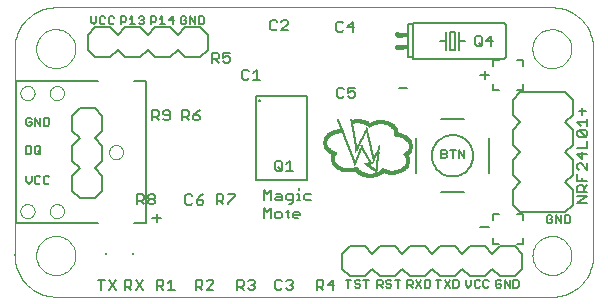
<source format=gto>
G75*
G70*
%OFA0B0*%
%FSLAX24Y24*%
%IPPOS*%
%LPD*%
%AMOC8*
5,1,8,0,0,1.08239X$1,22.5*
%
%ADD10C,0.0000*%
%ADD11C,0.0050*%
%ADD12C,0.0060*%
%ADD13R,0.0110X0.0005*%
%ADD14R,0.0210X0.0005*%
%ADD15R,0.0280X0.0005*%
%ADD16R,0.0325X0.0005*%
%ADD17R,0.0365X0.0005*%
%ADD18R,0.0410X0.0005*%
%ADD19R,0.0440X0.0005*%
%ADD20R,0.0470X0.0005*%
%ADD21R,0.0505X0.0005*%
%ADD22R,0.0530X0.0005*%
%ADD23R,0.0555X0.0005*%
%ADD24R,0.0580X0.0005*%
%ADD25R,0.0600X0.0005*%
%ADD26R,0.0625X0.0005*%
%ADD27R,0.0645X0.0005*%
%ADD28R,0.0665X0.0005*%
%ADD29R,0.0685X0.0005*%
%ADD30R,0.0705X0.0005*%
%ADD31R,0.0715X0.0005*%
%ADD32R,0.0735X0.0005*%
%ADD33R,0.0755X0.0005*%
%ADD34R,0.0090X0.0005*%
%ADD35R,0.0770X0.0005*%
%ADD36R,0.0190X0.0005*%
%ADD37R,0.0355X0.0005*%
%ADD38R,0.0360X0.0005*%
%ADD39R,0.0260X0.0005*%
%ADD40R,0.0315X0.0005*%
%ADD41R,0.0320X0.0005*%
%ADD42R,0.0295X0.0005*%
%ADD43R,0.0275X0.0005*%
%ADD44R,0.0400X0.0005*%
%ADD45R,0.0265X0.0005*%
%ADD46R,0.0435X0.0005*%
%ADD47R,0.0255X0.0005*%
%ADD48R,0.0465X0.0005*%
%ADD49R,0.0245X0.0005*%
%ADD50R,0.0495X0.0005*%
%ADD51R,0.0235X0.0005*%
%ADD52R,0.0525X0.0005*%
%ADD53R,0.0230X0.0005*%
%ADD54R,0.0240X0.0005*%
%ADD55R,0.0545X0.0005*%
%ADD56R,0.0820X0.0005*%
%ADD57R,0.0220X0.0005*%
%ADD58R,0.0025X0.0005*%
%ADD59R,0.0795X0.0005*%
%ADD60R,0.0215X0.0005*%
%ADD61R,0.0035X0.0005*%
%ADD62R,0.0040X0.0005*%
%ADD63R,0.0800X0.0005*%
%ADD64R,0.0205X0.0005*%
%ADD65R,0.0050X0.0005*%
%ADD66R,0.0805X0.0005*%
%ADD67R,0.0165X0.0005*%
%ADD68R,0.0055X0.0005*%
%ADD69R,0.0200X0.0005*%
%ADD70R,0.0060X0.0005*%
%ADD71R,0.0300X0.0005*%
%ADD72R,0.0195X0.0005*%
%ADD73R,0.0065X0.0005*%
%ADD74R,0.0345X0.0005*%
%ADD75R,0.0070X0.0005*%
%ADD76R,0.0385X0.0005*%
%ADD77R,0.0080X0.0005*%
%ADD78R,0.0425X0.0005*%
%ADD79R,0.0185X0.0005*%
%ADD80R,0.0085X0.0005*%
%ADD81R,0.0635X0.0005*%
%ADD82R,0.0810X0.0005*%
%ADD83R,0.0095X0.0005*%
%ADD84R,0.0335X0.0005*%
%ADD85R,0.0655X0.0005*%
%ADD86R,0.0105X0.0005*%
%ADD87R,0.0290X0.0005*%
%ADD88R,0.0660X0.0005*%
%ADD89R,0.0115X0.0005*%
%ADD90R,0.0285X0.0005*%
%ADD91R,0.0120X0.0005*%
%ADD92R,0.0270X0.0005*%
%ADD93R,0.0675X0.0005*%
%ADD94R,0.0130X0.0005*%
%ADD95R,0.0680X0.0005*%
%ADD96R,0.0135X0.0005*%
%ADD97R,0.0250X0.0005*%
%ADD98R,0.0140X0.0005*%
%ADD99R,0.0180X0.0005*%
%ADD100R,0.0695X0.0005*%
%ADD101R,0.0150X0.0005*%
%ADD102R,0.0160X0.0005*%
%ADD103R,0.0155X0.0005*%
%ADD104R,0.0145X0.0005*%
%ADD105R,0.0700X0.0005*%
%ADD106R,0.0225X0.0005*%
%ADD107R,0.0170X0.0005*%
%ADD108R,0.0100X0.0005*%
%ADD109R,0.0075X0.0005*%
%ADD110R,0.0720X0.0005*%
%ADD111R,0.0725X0.0005*%
%ADD112R,0.0340X0.0005*%
%ADD113R,0.0305X0.0005*%
%ADD114R,0.0175X0.0005*%
%ADD115R,0.0005X0.0005*%
%ADD116R,0.0010X0.0005*%
%ADD117R,0.0015X0.0005*%
%ADD118R,0.0020X0.0005*%
%ADD119R,0.0030X0.0005*%
%ADD120R,0.0125X0.0005*%
%ADD121R,0.0045X0.0005*%
%ADD122R,0.0370X0.0005*%
%ADD123R,0.0375X0.0005*%
%ADD124R,0.0350X0.0005*%
%ADD125R,0.0330X0.0005*%
%ADD126R,0.0485X0.0005*%
%ADD127R,0.0480X0.0005*%
%ADD128R,0.0460X0.0005*%
%ADD129R,0.0445X0.0005*%
%ADD130R,0.0310X0.0005*%
%ADD131R,0.0380X0.0005*%
%ADD132R,0.0415X0.0005*%
%ADD133R,0.0450X0.0005*%
%ADD134R,0.0490X0.0005*%
%ADD135R,0.0965X0.0005*%
%ADD136R,0.0975X0.0005*%
%ADD137R,0.0980X0.0005*%
%ADD138R,0.0990X0.0005*%
%ADD139R,0.1005X0.0005*%
%ADD140R,0.0615X0.0005*%
%ADD141R,0.0640X0.0005*%
%ADD142R,0.0605X0.0005*%
%ADD143R,0.0620X0.0005*%
%ADD144R,0.0590X0.0005*%
%ADD145R,0.0570X0.0005*%
%ADD146R,0.0540X0.0005*%
%ADD147R,0.0515X0.0005*%
%ADD148R,0.0565X0.0005*%
%ADD149R,0.0535X0.0005*%
%ADD150R,0.0395X0.0005*%
%ADD151R,0.0520X0.0005*%
%ADD152R,0.0500X0.0005*%
%ADD153R,0.0430X0.0005*%
%ADD154C,0.0080*%
%ADD155R,0.0079X0.0079*%
%ADD156C,0.0160*%
%ADD157R,0.0230X0.0160*%
D10*
X002657Y001292D02*
X002660Y001292D01*
X019195Y001292D01*
X019198Y001292D01*
X018548Y002667D02*
X018550Y002717D01*
X018556Y002767D01*
X018566Y002817D01*
X018579Y002865D01*
X018596Y002913D01*
X018617Y002959D01*
X018641Y003003D01*
X018669Y003045D01*
X018700Y003085D01*
X018734Y003122D01*
X018771Y003157D01*
X018810Y003188D01*
X018851Y003217D01*
X018895Y003242D01*
X018941Y003264D01*
X018988Y003282D01*
X019036Y003296D01*
X019085Y003307D01*
X019135Y003314D01*
X019185Y003317D01*
X019236Y003316D01*
X019286Y003311D01*
X019336Y003302D01*
X019384Y003290D01*
X019432Y003273D01*
X019478Y003253D01*
X019523Y003230D01*
X019566Y003203D01*
X019606Y003173D01*
X019644Y003140D01*
X019679Y003104D01*
X019712Y003065D01*
X019741Y003024D01*
X019767Y002981D01*
X019790Y002936D01*
X019809Y002889D01*
X019824Y002841D01*
X019836Y002792D01*
X019844Y002742D01*
X019848Y002692D01*
X019848Y002642D01*
X019844Y002592D01*
X019836Y002542D01*
X019824Y002493D01*
X019809Y002445D01*
X019790Y002398D01*
X019767Y002353D01*
X019741Y002310D01*
X019712Y002269D01*
X019679Y002230D01*
X019644Y002194D01*
X019606Y002161D01*
X019566Y002131D01*
X019523Y002104D01*
X019478Y002081D01*
X019432Y002061D01*
X019384Y002044D01*
X019336Y002032D01*
X019286Y002023D01*
X019236Y002018D01*
X019185Y002017D01*
X019135Y002020D01*
X019085Y002027D01*
X019036Y002038D01*
X018988Y002052D01*
X018941Y002070D01*
X018895Y002092D01*
X018851Y002117D01*
X018810Y002146D01*
X018771Y002177D01*
X018734Y002212D01*
X018700Y002249D01*
X018669Y002289D01*
X018641Y002331D01*
X018617Y002375D01*
X018596Y002421D01*
X018579Y002469D01*
X018566Y002517D01*
X018556Y002567D01*
X018550Y002617D01*
X018548Y002667D01*
X019195Y001292D02*
X019267Y001294D01*
X019339Y001300D01*
X019411Y001309D01*
X019482Y001322D01*
X019552Y001339D01*
X019621Y001359D01*
X019689Y001384D01*
X019755Y001411D01*
X019821Y001442D01*
X019884Y001477D01*
X019946Y001514D01*
X020005Y001555D01*
X020062Y001599D01*
X020117Y001646D01*
X020169Y001696D01*
X020219Y001748D01*
X020266Y001803D01*
X020310Y001860D01*
X020351Y001919D01*
X020388Y001981D01*
X020423Y002044D01*
X020454Y002110D01*
X020481Y002176D01*
X020506Y002244D01*
X020526Y002313D01*
X020543Y002383D01*
X020556Y002454D01*
X020565Y002526D01*
X020571Y002598D01*
X020573Y002670D01*
X020573Y009560D01*
X018545Y009560D02*
X018547Y009610D01*
X018553Y009660D01*
X018563Y009710D01*
X018576Y009758D01*
X018593Y009806D01*
X018614Y009852D01*
X018638Y009896D01*
X018666Y009938D01*
X018697Y009978D01*
X018731Y010015D01*
X018768Y010050D01*
X018807Y010081D01*
X018848Y010110D01*
X018892Y010135D01*
X018938Y010157D01*
X018985Y010175D01*
X019033Y010189D01*
X019082Y010200D01*
X019132Y010207D01*
X019182Y010210D01*
X019233Y010209D01*
X019283Y010204D01*
X019333Y010195D01*
X019381Y010183D01*
X019429Y010166D01*
X019475Y010146D01*
X019520Y010123D01*
X019563Y010096D01*
X019603Y010066D01*
X019641Y010033D01*
X019676Y009997D01*
X019709Y009958D01*
X019738Y009917D01*
X019764Y009874D01*
X019787Y009829D01*
X019806Y009782D01*
X019821Y009734D01*
X019833Y009685D01*
X019841Y009635D01*
X019845Y009585D01*
X019845Y009535D01*
X019841Y009485D01*
X019833Y009435D01*
X019821Y009386D01*
X019806Y009338D01*
X019787Y009291D01*
X019764Y009246D01*
X019738Y009203D01*
X019709Y009162D01*
X019676Y009123D01*
X019641Y009087D01*
X019603Y009054D01*
X019563Y009024D01*
X019520Y008997D01*
X019475Y008974D01*
X019429Y008954D01*
X019381Y008937D01*
X019333Y008925D01*
X019283Y008916D01*
X019233Y008911D01*
X019182Y008910D01*
X019132Y008913D01*
X019082Y008920D01*
X019033Y008931D01*
X018985Y008945D01*
X018938Y008963D01*
X018892Y008985D01*
X018848Y009010D01*
X018807Y009039D01*
X018768Y009070D01*
X018731Y009105D01*
X018697Y009142D01*
X018666Y009182D01*
X018638Y009224D01*
X018614Y009268D01*
X018593Y009314D01*
X018576Y009362D01*
X018563Y009410D01*
X018553Y009460D01*
X018547Y009510D01*
X018545Y009560D01*
X019195Y010938D02*
X019267Y010936D01*
X019339Y010930D01*
X019411Y010921D01*
X019482Y010908D01*
X019552Y010891D01*
X019621Y010871D01*
X019689Y010846D01*
X019755Y010819D01*
X019821Y010788D01*
X019884Y010753D01*
X019946Y010716D01*
X020005Y010675D01*
X020062Y010631D01*
X020117Y010584D01*
X020169Y010534D01*
X020219Y010482D01*
X020266Y010427D01*
X020310Y010370D01*
X020351Y010311D01*
X020388Y010249D01*
X020423Y010186D01*
X020454Y010120D01*
X020481Y010054D01*
X020506Y009986D01*
X020526Y009917D01*
X020543Y009847D01*
X020556Y009776D01*
X020565Y009704D01*
X020571Y009632D01*
X020573Y009560D01*
X019195Y010938D02*
X002660Y010938D01*
X002007Y009563D02*
X002009Y009613D01*
X002015Y009663D01*
X002025Y009713D01*
X002038Y009761D01*
X002055Y009809D01*
X002076Y009855D01*
X002100Y009899D01*
X002128Y009941D01*
X002159Y009981D01*
X002193Y010018D01*
X002230Y010053D01*
X002269Y010084D01*
X002310Y010113D01*
X002354Y010138D01*
X002400Y010160D01*
X002447Y010178D01*
X002495Y010192D01*
X002544Y010203D01*
X002594Y010210D01*
X002644Y010213D01*
X002695Y010212D01*
X002745Y010207D01*
X002795Y010198D01*
X002843Y010186D01*
X002891Y010169D01*
X002937Y010149D01*
X002982Y010126D01*
X003025Y010099D01*
X003065Y010069D01*
X003103Y010036D01*
X003138Y010000D01*
X003171Y009961D01*
X003200Y009920D01*
X003226Y009877D01*
X003249Y009832D01*
X003268Y009785D01*
X003283Y009737D01*
X003295Y009688D01*
X003303Y009638D01*
X003307Y009588D01*
X003307Y009538D01*
X003303Y009488D01*
X003295Y009438D01*
X003283Y009389D01*
X003268Y009341D01*
X003249Y009294D01*
X003226Y009249D01*
X003200Y009206D01*
X003171Y009165D01*
X003138Y009126D01*
X003103Y009090D01*
X003065Y009057D01*
X003025Y009027D01*
X002982Y009000D01*
X002937Y008977D01*
X002891Y008957D01*
X002843Y008940D01*
X002795Y008928D01*
X002745Y008919D01*
X002695Y008914D01*
X002644Y008913D01*
X002594Y008916D01*
X002544Y008923D01*
X002495Y008934D01*
X002447Y008948D01*
X002400Y008966D01*
X002354Y008988D01*
X002310Y009013D01*
X002269Y009042D01*
X002230Y009073D01*
X002193Y009108D01*
X002159Y009145D01*
X002128Y009185D01*
X002100Y009227D01*
X002076Y009271D01*
X002055Y009317D01*
X002038Y009365D01*
X002025Y009413D01*
X002015Y009463D01*
X002009Y009513D01*
X002007Y009563D01*
X001282Y009560D02*
X001284Y009632D01*
X001290Y009704D01*
X001299Y009776D01*
X001312Y009847D01*
X001329Y009917D01*
X001349Y009986D01*
X001374Y010054D01*
X001401Y010120D01*
X001432Y010186D01*
X001467Y010249D01*
X001504Y010311D01*
X001545Y010370D01*
X001589Y010427D01*
X001636Y010482D01*
X001686Y010534D01*
X001738Y010584D01*
X001793Y010631D01*
X001850Y010675D01*
X001909Y010716D01*
X001971Y010753D01*
X002034Y010788D01*
X002100Y010819D01*
X002166Y010846D01*
X002234Y010871D01*
X002303Y010891D01*
X002373Y010908D01*
X002444Y010921D01*
X002516Y010930D01*
X002588Y010936D01*
X002660Y010938D01*
X001282Y009563D02*
X001282Y009560D01*
X001282Y002710D01*
X001282Y002667D01*
X002007Y002667D02*
X002009Y002717D01*
X002015Y002767D01*
X002025Y002817D01*
X002038Y002865D01*
X002055Y002913D01*
X002076Y002959D01*
X002100Y003003D01*
X002128Y003045D01*
X002159Y003085D01*
X002193Y003122D01*
X002230Y003157D01*
X002269Y003188D01*
X002310Y003217D01*
X002354Y003242D01*
X002400Y003264D01*
X002447Y003282D01*
X002495Y003296D01*
X002544Y003307D01*
X002594Y003314D01*
X002644Y003317D01*
X002695Y003316D01*
X002745Y003311D01*
X002795Y003302D01*
X002843Y003290D01*
X002891Y003273D01*
X002937Y003253D01*
X002982Y003230D01*
X003025Y003203D01*
X003065Y003173D01*
X003103Y003140D01*
X003138Y003104D01*
X003171Y003065D01*
X003200Y003024D01*
X003226Y002981D01*
X003249Y002936D01*
X003268Y002889D01*
X003283Y002841D01*
X003295Y002792D01*
X003303Y002742D01*
X003307Y002692D01*
X003307Y002642D01*
X003303Y002592D01*
X003295Y002542D01*
X003283Y002493D01*
X003268Y002445D01*
X003249Y002398D01*
X003226Y002353D01*
X003200Y002310D01*
X003171Y002269D01*
X003138Y002230D01*
X003103Y002194D01*
X003065Y002161D01*
X003025Y002131D01*
X002982Y002104D01*
X002937Y002081D01*
X002891Y002061D01*
X002843Y002044D01*
X002795Y002032D01*
X002745Y002023D01*
X002695Y002018D01*
X002644Y002017D01*
X002594Y002020D01*
X002544Y002027D01*
X002495Y002038D01*
X002447Y002052D01*
X002400Y002070D01*
X002354Y002092D01*
X002310Y002117D01*
X002269Y002146D01*
X002230Y002177D01*
X002193Y002212D01*
X002159Y002249D01*
X002128Y002289D01*
X002100Y002331D01*
X002076Y002375D01*
X002055Y002421D01*
X002038Y002469D01*
X002025Y002517D01*
X002015Y002567D01*
X002009Y002617D01*
X002007Y002667D01*
X001281Y002710D02*
X001282Y002637D01*
X001287Y002563D01*
X001295Y002491D01*
X001308Y002419D01*
X001324Y002347D01*
X001343Y002277D01*
X001367Y002207D01*
X001394Y002139D01*
X001425Y002073D01*
X001459Y002008D01*
X001496Y001945D01*
X001537Y001884D01*
X001580Y001826D01*
X001627Y001769D01*
X001677Y001715D01*
X001729Y001664D01*
X001784Y001616D01*
X001841Y001571D01*
X001901Y001528D01*
X001963Y001489D01*
X002027Y001453D01*
X002092Y001421D01*
X002160Y001392D01*
X002228Y001367D01*
X002298Y001345D01*
X002369Y001327D01*
X002441Y001312D01*
X002513Y001302D01*
X002586Y001295D01*
X002659Y001292D01*
X002463Y004143D02*
X002465Y004173D01*
X002471Y004203D01*
X002480Y004232D01*
X002493Y004259D01*
X002510Y004284D01*
X002529Y004307D01*
X002552Y004328D01*
X002577Y004345D01*
X002603Y004359D01*
X002632Y004369D01*
X002661Y004376D01*
X002691Y004379D01*
X002722Y004378D01*
X002752Y004373D01*
X002781Y004364D01*
X002808Y004352D01*
X002834Y004337D01*
X002858Y004318D01*
X002879Y004296D01*
X002897Y004272D01*
X002912Y004245D01*
X002923Y004217D01*
X002931Y004188D01*
X002935Y004158D01*
X002935Y004128D01*
X002931Y004098D01*
X002923Y004069D01*
X002912Y004041D01*
X002897Y004014D01*
X002879Y003990D01*
X002858Y003968D01*
X002834Y003949D01*
X002808Y003934D01*
X002781Y003922D01*
X002752Y003913D01*
X002722Y003908D01*
X002691Y003907D01*
X002661Y003910D01*
X002632Y003917D01*
X002603Y003927D01*
X002577Y003941D01*
X002552Y003958D01*
X002529Y003979D01*
X002510Y004002D01*
X002493Y004027D01*
X002480Y004054D01*
X002471Y004083D01*
X002465Y004113D01*
X002463Y004143D01*
X001479Y004143D02*
X001481Y004173D01*
X001487Y004203D01*
X001496Y004232D01*
X001509Y004259D01*
X001526Y004284D01*
X001545Y004307D01*
X001568Y004328D01*
X001593Y004345D01*
X001619Y004359D01*
X001648Y004369D01*
X001677Y004376D01*
X001707Y004379D01*
X001738Y004378D01*
X001768Y004373D01*
X001797Y004364D01*
X001824Y004352D01*
X001850Y004337D01*
X001874Y004318D01*
X001895Y004296D01*
X001913Y004272D01*
X001928Y004245D01*
X001939Y004217D01*
X001947Y004188D01*
X001951Y004158D01*
X001951Y004128D01*
X001947Y004098D01*
X001939Y004069D01*
X001928Y004041D01*
X001913Y004014D01*
X001895Y003990D01*
X001874Y003968D01*
X001850Y003949D01*
X001824Y003934D01*
X001797Y003922D01*
X001768Y003913D01*
X001738Y003908D01*
X001707Y003907D01*
X001677Y003910D01*
X001648Y003917D01*
X001619Y003927D01*
X001593Y003941D01*
X001568Y003958D01*
X001545Y003979D01*
X001526Y004002D01*
X001509Y004027D01*
X001496Y004054D01*
X001487Y004083D01*
X001481Y004113D01*
X001479Y004143D01*
X004432Y006111D02*
X004434Y006141D01*
X004440Y006171D01*
X004449Y006200D01*
X004462Y006227D01*
X004479Y006252D01*
X004498Y006275D01*
X004521Y006296D01*
X004546Y006313D01*
X004572Y006327D01*
X004601Y006337D01*
X004630Y006344D01*
X004660Y006347D01*
X004691Y006346D01*
X004721Y006341D01*
X004750Y006332D01*
X004777Y006320D01*
X004803Y006305D01*
X004827Y006286D01*
X004848Y006264D01*
X004866Y006240D01*
X004881Y006213D01*
X004892Y006185D01*
X004900Y006156D01*
X004904Y006126D01*
X004904Y006096D01*
X004900Y006066D01*
X004892Y006037D01*
X004881Y006009D01*
X004866Y005982D01*
X004848Y005958D01*
X004827Y005936D01*
X004803Y005917D01*
X004777Y005902D01*
X004750Y005890D01*
X004721Y005881D01*
X004691Y005876D01*
X004660Y005875D01*
X004630Y005878D01*
X004601Y005885D01*
X004572Y005895D01*
X004546Y005909D01*
X004521Y005926D01*
X004498Y005947D01*
X004479Y005970D01*
X004462Y005995D01*
X004449Y006022D01*
X004440Y006051D01*
X004434Y006081D01*
X004432Y006111D01*
X002463Y008080D02*
X002465Y008110D01*
X002471Y008140D01*
X002480Y008169D01*
X002493Y008196D01*
X002510Y008221D01*
X002529Y008244D01*
X002552Y008265D01*
X002577Y008282D01*
X002603Y008296D01*
X002632Y008306D01*
X002661Y008313D01*
X002691Y008316D01*
X002722Y008315D01*
X002752Y008310D01*
X002781Y008301D01*
X002808Y008289D01*
X002834Y008274D01*
X002858Y008255D01*
X002879Y008233D01*
X002897Y008209D01*
X002912Y008182D01*
X002923Y008154D01*
X002931Y008125D01*
X002935Y008095D01*
X002935Y008065D01*
X002931Y008035D01*
X002923Y008006D01*
X002912Y007978D01*
X002897Y007951D01*
X002879Y007927D01*
X002858Y007905D01*
X002834Y007886D01*
X002808Y007871D01*
X002781Y007859D01*
X002752Y007850D01*
X002722Y007845D01*
X002691Y007844D01*
X002661Y007847D01*
X002632Y007854D01*
X002603Y007864D01*
X002577Y007878D01*
X002552Y007895D01*
X002529Y007916D01*
X002510Y007939D01*
X002493Y007964D01*
X002480Y007991D01*
X002471Y008020D01*
X002465Y008050D01*
X002463Y008080D01*
X001479Y008080D02*
X001481Y008110D01*
X001487Y008140D01*
X001496Y008169D01*
X001509Y008196D01*
X001526Y008221D01*
X001545Y008244D01*
X001568Y008265D01*
X001593Y008282D01*
X001619Y008296D01*
X001648Y008306D01*
X001677Y008313D01*
X001707Y008316D01*
X001738Y008315D01*
X001768Y008310D01*
X001797Y008301D01*
X001824Y008289D01*
X001850Y008274D01*
X001874Y008255D01*
X001895Y008233D01*
X001913Y008209D01*
X001928Y008182D01*
X001939Y008154D01*
X001947Y008125D01*
X001951Y008095D01*
X001951Y008065D01*
X001947Y008035D01*
X001939Y008006D01*
X001928Y007978D01*
X001913Y007951D01*
X001895Y007927D01*
X001874Y007905D01*
X001850Y007886D01*
X001824Y007871D01*
X001797Y007859D01*
X001768Y007850D01*
X001738Y007845D01*
X001707Y007844D01*
X001677Y007847D01*
X001648Y007854D01*
X001619Y007864D01*
X001593Y007878D01*
X001568Y007895D01*
X001545Y007916D01*
X001526Y007939D01*
X001509Y007964D01*
X001496Y007991D01*
X001487Y008020D01*
X001481Y008050D01*
X001479Y008080D01*
D11*
X001718Y007267D02*
X001673Y007222D01*
X001673Y007042D01*
X001718Y006997D01*
X001808Y006997D01*
X001853Y007042D01*
X001853Y007132D01*
X001763Y007132D01*
X001853Y007222D02*
X001808Y007267D01*
X001718Y007267D01*
X001967Y007267D02*
X002148Y006997D01*
X002148Y007267D01*
X002262Y007267D02*
X002397Y007267D01*
X002442Y007222D01*
X002442Y007042D01*
X002397Y006997D01*
X002262Y006997D01*
X002262Y007267D01*
X001967Y007267D02*
X001967Y006997D01*
X002007Y006317D02*
X002097Y006317D01*
X002142Y006272D01*
X002142Y006092D01*
X002097Y006047D01*
X002007Y006047D01*
X001962Y006092D01*
X001962Y006272D01*
X002007Y006317D01*
X001848Y006272D02*
X001803Y006317D01*
X001667Y006317D01*
X001667Y006047D01*
X001803Y006047D01*
X001848Y006092D01*
X001848Y006272D01*
X002052Y006137D02*
X002142Y006047D01*
X002103Y005317D02*
X002012Y005317D01*
X001967Y005272D01*
X001967Y005092D01*
X002012Y005047D01*
X002103Y005047D01*
X002148Y005092D01*
X002262Y005092D02*
X002307Y005047D01*
X002397Y005047D01*
X002442Y005092D01*
X002262Y005092D02*
X002262Y005272D01*
X002307Y005317D01*
X002397Y005317D01*
X002442Y005272D01*
X002148Y005272D02*
X002103Y005317D01*
X001853Y005317D02*
X001853Y005137D01*
X001763Y005047D01*
X001673Y005137D01*
X001673Y005317D01*
X009316Y005185D02*
X009316Y008000D01*
X011048Y008000D01*
X011048Y005185D01*
X009316Y005185D01*
X009433Y007842D02*
X009435Y007850D01*
X009440Y007857D01*
X009447Y007861D01*
X009455Y007862D01*
X009463Y007859D01*
X009469Y007854D01*
X009473Y007846D01*
X009473Y007838D01*
X009469Y007830D01*
X009463Y007825D01*
X009455Y007822D01*
X009447Y007823D01*
X009440Y007827D01*
X009435Y007834D01*
X009433Y007842D01*
X007555Y010374D02*
X007420Y010374D01*
X007420Y010644D01*
X007555Y010644D01*
X007600Y010599D01*
X007600Y010419D01*
X007555Y010374D01*
X007305Y010374D02*
X007305Y010644D01*
X007125Y010644D02*
X007305Y010374D01*
X007125Y010374D02*
X007125Y010644D01*
X007011Y010599D02*
X006966Y010644D01*
X006876Y010644D01*
X006831Y010599D01*
X006831Y010419D01*
X006876Y010374D01*
X006966Y010374D01*
X007011Y010419D01*
X007011Y010509D01*
X006921Y010509D01*
X006600Y010509D02*
X006420Y010509D01*
X006555Y010644D01*
X006555Y010374D01*
X006305Y010374D02*
X006125Y010374D01*
X006215Y010374D02*
X006215Y010644D01*
X006125Y010554D01*
X006011Y010599D02*
X005966Y010644D01*
X005831Y010644D01*
X005831Y010374D01*
X005831Y010464D02*
X005966Y010464D01*
X006011Y010509D01*
X006011Y010599D01*
X005599Y010599D02*
X005599Y010554D01*
X005553Y010509D01*
X005599Y010464D01*
X005599Y010419D01*
X005553Y010374D01*
X005463Y010374D01*
X005418Y010419D01*
X005304Y010374D02*
X005124Y010374D01*
X005214Y010374D02*
X005214Y010644D01*
X005124Y010554D01*
X005009Y010599D02*
X005009Y010509D01*
X004964Y010464D01*
X004829Y010464D01*
X004829Y010374D02*
X004829Y010644D01*
X004964Y010644D01*
X005009Y010599D01*
X005418Y010599D02*
X005463Y010644D01*
X005553Y010644D01*
X005599Y010599D01*
X005553Y010509D02*
X005508Y010509D01*
X004599Y010599D02*
X004553Y010644D01*
X004463Y010644D01*
X004418Y010599D01*
X004418Y010419D01*
X004463Y010374D01*
X004553Y010374D01*
X004599Y010419D01*
X004304Y010419D02*
X004259Y010374D01*
X004169Y010374D01*
X004124Y010419D01*
X004124Y010599D01*
X004169Y010644D01*
X004259Y010644D01*
X004304Y010599D01*
X004009Y010644D02*
X004009Y010464D01*
X003919Y010374D01*
X003829Y010464D01*
X003829Y010644D01*
X015507Y006187D02*
X015507Y005917D01*
X015642Y005917D01*
X015687Y005962D01*
X015687Y006007D01*
X015642Y006052D01*
X015507Y006052D01*
X015642Y006052D02*
X015687Y006097D01*
X015687Y006142D01*
X015642Y006187D01*
X015507Y006187D01*
X015801Y006187D02*
X015982Y006187D01*
X015891Y006187D02*
X015891Y005917D01*
X016096Y005917D02*
X016096Y006187D01*
X016276Y005917D01*
X016276Y006187D01*
X019029Y003963D02*
X019029Y003783D01*
X019074Y003738D01*
X019164Y003738D01*
X019209Y003783D01*
X019209Y003873D01*
X019119Y003873D01*
X019209Y003963D02*
X019164Y004008D01*
X019074Y004008D01*
X019029Y003963D01*
X019323Y004008D02*
X019504Y003738D01*
X019504Y004008D01*
X019618Y004008D02*
X019753Y004008D01*
X019798Y003963D01*
X019798Y003783D01*
X019753Y003738D01*
X019618Y003738D01*
X019618Y004008D01*
X019323Y004008D02*
X019323Y003738D01*
X018047Y001867D02*
X017912Y001867D01*
X017912Y001597D01*
X018047Y001597D01*
X018092Y001642D01*
X018092Y001822D01*
X018047Y001867D01*
X017798Y001867D02*
X017798Y001597D01*
X017617Y001867D01*
X017617Y001597D01*
X017503Y001642D02*
X017458Y001597D01*
X017368Y001597D01*
X017323Y001642D01*
X017323Y001822D01*
X017368Y001867D01*
X017458Y001867D01*
X017503Y001822D01*
X017503Y001732D02*
X017413Y001732D01*
X017503Y001732D02*
X017503Y001642D01*
X017092Y001642D02*
X017047Y001597D01*
X016957Y001597D01*
X016912Y001642D01*
X016912Y001822D01*
X016957Y001867D01*
X017047Y001867D01*
X017092Y001822D01*
X016798Y001822D02*
X016753Y001867D01*
X016662Y001867D01*
X016617Y001822D01*
X016617Y001642D01*
X016662Y001597D01*
X016753Y001597D01*
X016798Y001642D01*
X016503Y001687D02*
X016503Y001867D01*
X016323Y001867D02*
X016323Y001687D01*
X016413Y001597D01*
X016503Y001687D01*
X016092Y001642D02*
X016047Y001597D01*
X015912Y001597D01*
X015912Y001867D01*
X016047Y001867D01*
X016092Y001822D01*
X016092Y001642D01*
X015798Y001597D02*
X015617Y001867D01*
X015503Y001867D02*
X015323Y001867D01*
X015413Y001867D02*
X015413Y001597D01*
X015617Y001597D02*
X015798Y001867D01*
X015142Y001822D02*
X015142Y001642D01*
X015097Y001597D01*
X014962Y001597D01*
X014962Y001867D01*
X015097Y001867D01*
X015142Y001822D01*
X014848Y001867D02*
X014667Y001597D01*
X014553Y001597D02*
X014463Y001687D01*
X014508Y001687D02*
X014373Y001687D01*
X014373Y001597D02*
X014373Y001867D01*
X014508Y001867D01*
X014553Y001822D01*
X014553Y001732D01*
X014508Y001687D01*
X014667Y001867D02*
X014848Y001597D01*
X014142Y001867D02*
X013962Y001867D01*
X014052Y001867D02*
X014052Y001597D01*
X013848Y001642D02*
X013803Y001597D01*
X013712Y001597D01*
X013667Y001642D01*
X013712Y001732D02*
X013803Y001732D01*
X013848Y001687D01*
X013848Y001642D01*
X013712Y001732D02*
X013667Y001777D01*
X013667Y001822D01*
X013712Y001867D01*
X013803Y001867D01*
X013848Y001822D01*
X013553Y001822D02*
X013553Y001732D01*
X013508Y001687D01*
X013373Y001687D01*
X013373Y001597D02*
X013373Y001867D01*
X013508Y001867D01*
X013553Y001822D01*
X013463Y001687D02*
X013553Y001597D01*
X013002Y001597D02*
X013002Y001867D01*
X012912Y001867D02*
X013092Y001867D01*
X012798Y001822D02*
X012753Y001867D01*
X012662Y001867D01*
X012617Y001822D01*
X012617Y001777D01*
X012662Y001732D01*
X012753Y001732D01*
X012798Y001687D01*
X012798Y001642D01*
X012753Y001597D01*
X012662Y001597D01*
X012617Y001642D01*
X012413Y001597D02*
X012413Y001867D01*
X012323Y001867D02*
X012503Y001867D01*
D12*
X011946Y001689D02*
X011719Y001689D01*
X011890Y001859D01*
X011890Y001519D01*
X011578Y001519D02*
X011465Y001632D01*
X011521Y001632D02*
X011351Y001632D01*
X011351Y001519D02*
X011351Y001859D01*
X011521Y001859D01*
X011578Y001803D01*
X011578Y001689D01*
X011521Y001632D01*
X010568Y001632D02*
X010568Y001576D01*
X010512Y001519D01*
X010398Y001519D01*
X010341Y001576D01*
X010200Y001576D02*
X010143Y001519D01*
X010030Y001519D01*
X009973Y001576D01*
X009973Y001803D01*
X010030Y001859D01*
X010143Y001859D01*
X010200Y001803D01*
X010341Y001803D02*
X010398Y001859D01*
X010512Y001859D01*
X010568Y001803D01*
X010568Y001746D01*
X010512Y001689D01*
X010568Y001632D01*
X010512Y001689D02*
X010455Y001689D01*
X009289Y001632D02*
X009289Y001576D01*
X009232Y001519D01*
X009119Y001519D01*
X009062Y001576D01*
X008920Y001519D02*
X008807Y001632D01*
X008864Y001632D02*
X008694Y001632D01*
X008694Y001519D02*
X008694Y001859D01*
X008864Y001859D01*
X008920Y001803D01*
X008920Y001689D01*
X008864Y001632D01*
X009062Y001803D02*
X009119Y001859D01*
X009232Y001859D01*
X009289Y001803D01*
X009289Y001746D01*
X009232Y001689D01*
X009289Y001632D01*
X009232Y001689D02*
X009175Y001689D01*
X007911Y001746D02*
X007911Y001803D01*
X007854Y001859D01*
X007741Y001859D01*
X007684Y001803D01*
X007543Y001803D02*
X007543Y001689D01*
X007486Y001632D01*
X007316Y001632D01*
X007316Y001519D02*
X007316Y001859D01*
X007486Y001859D01*
X007543Y001803D01*
X007429Y001632D02*
X007543Y001519D01*
X007684Y001519D02*
X007911Y001746D01*
X007911Y001519D02*
X007684Y001519D01*
X006617Y001521D02*
X006390Y001521D01*
X006503Y001521D02*
X006503Y001862D01*
X006390Y001748D01*
X006248Y001805D02*
X006248Y001691D01*
X006191Y001635D01*
X006021Y001635D01*
X006021Y001521D02*
X006021Y001862D01*
X006191Y001862D01*
X006248Y001805D01*
X006135Y001635D02*
X006248Y001521D01*
X005549Y001519D02*
X005322Y001859D01*
X005180Y001803D02*
X005180Y001689D01*
X005124Y001632D01*
X004953Y001632D01*
X004953Y001519D02*
X004953Y001859D01*
X005124Y001859D01*
X005180Y001803D01*
X005067Y001632D02*
X005180Y001519D01*
X005322Y001519D02*
X005549Y001859D01*
X004663Y001859D02*
X004436Y001519D01*
X004663Y001519D02*
X004436Y001859D01*
X004294Y001859D02*
X004068Y001859D01*
X004181Y001859D02*
X004181Y001519D01*
X005375Y004372D02*
X005375Y004712D01*
X005545Y004712D01*
X005602Y004656D01*
X005602Y004542D01*
X005545Y004486D01*
X005375Y004486D01*
X005489Y004486D02*
X005602Y004372D01*
X005743Y004429D02*
X005743Y004486D01*
X005800Y004542D01*
X005914Y004542D01*
X005970Y004486D01*
X005970Y004429D01*
X005914Y004372D01*
X005800Y004372D01*
X005743Y004429D01*
X005800Y004542D02*
X005743Y004599D01*
X005743Y004656D01*
X005800Y004712D01*
X005914Y004712D01*
X005970Y004656D01*
X005970Y004599D01*
X005914Y004542D01*
X006981Y004646D02*
X006981Y004419D01*
X007038Y004363D01*
X007152Y004363D01*
X007208Y004419D01*
X007350Y004419D02*
X007350Y004533D01*
X007520Y004533D01*
X007577Y004476D01*
X007577Y004419D01*
X007520Y004363D01*
X007406Y004363D01*
X007350Y004419D01*
X007350Y004533D02*
X007463Y004646D01*
X007577Y004703D01*
X007208Y004646D02*
X007152Y004703D01*
X007038Y004703D01*
X006981Y004646D01*
X008021Y004715D02*
X008021Y004375D01*
X008021Y004488D02*
X008191Y004488D01*
X008248Y004545D01*
X008248Y004659D01*
X008191Y004715D01*
X008021Y004715D01*
X008389Y004715D02*
X008616Y004715D01*
X008616Y004659D01*
X008389Y004432D01*
X008389Y004375D01*
X008248Y004375D02*
X008135Y004488D01*
X009589Y004505D02*
X009589Y004845D01*
X009702Y004732D01*
X009816Y004845D01*
X009816Y004505D01*
X009957Y004562D02*
X010014Y004619D01*
X010184Y004619D01*
X010184Y004675D02*
X010184Y004505D01*
X010014Y004505D01*
X009957Y004562D01*
X010127Y004732D02*
X010184Y004675D01*
X010127Y004732D02*
X010014Y004732D01*
X010325Y004675D02*
X010325Y004562D01*
X010382Y004505D01*
X010552Y004505D01*
X010552Y004448D02*
X010552Y004732D01*
X010382Y004732D01*
X010325Y004675D01*
X010439Y004392D02*
X010496Y004392D01*
X010552Y004448D01*
X010694Y004505D02*
X010807Y004505D01*
X010750Y004505D02*
X010750Y004732D01*
X010694Y004732D01*
X010750Y004845D02*
X010750Y004902D01*
X010939Y004675D02*
X010939Y004562D01*
X010996Y004505D01*
X011166Y004505D01*
X010996Y004732D02*
X010939Y004675D01*
X010996Y004732D02*
X011166Y004732D01*
X010741Y004132D02*
X010798Y004075D01*
X010798Y004019D01*
X010571Y004019D01*
X010571Y004075D02*
X010571Y003962D01*
X010628Y003905D01*
X010741Y003905D01*
X010439Y003905D02*
X010382Y003962D01*
X010382Y004189D01*
X010325Y004132D02*
X010439Y004132D01*
X010571Y004075D02*
X010628Y004132D01*
X010741Y004132D01*
X010184Y004075D02*
X010184Y003962D01*
X010127Y003905D01*
X010014Y003905D01*
X009957Y003962D01*
X009957Y004075D01*
X010014Y004132D01*
X010127Y004132D01*
X010184Y004075D01*
X009816Y004245D02*
X009816Y003905D01*
X009589Y003905D02*
X009589Y004245D01*
X009702Y004132D01*
X009816Y004245D01*
X010024Y005489D02*
X009968Y005546D01*
X009968Y005773D01*
X010024Y005830D01*
X010138Y005830D01*
X010195Y005773D01*
X010195Y005546D01*
X010138Y005489D01*
X010024Y005489D01*
X010081Y005603D02*
X010195Y005489D01*
X010336Y005489D02*
X010563Y005489D01*
X010449Y005489D02*
X010449Y005830D01*
X010336Y005716D01*
X007470Y007229D02*
X007470Y007286D01*
X007414Y007342D01*
X007243Y007342D01*
X007243Y007229D01*
X007300Y007172D01*
X007414Y007172D01*
X007470Y007229D01*
X007357Y007456D02*
X007243Y007342D01*
X007102Y007342D02*
X007102Y007456D01*
X007045Y007512D01*
X006875Y007512D01*
X006875Y007172D01*
X006875Y007286D02*
X007045Y007286D01*
X007102Y007342D01*
X006989Y007286D02*
X007102Y007172D01*
X007357Y007456D02*
X007470Y007512D01*
X006470Y007456D02*
X006470Y007229D01*
X006414Y007172D01*
X006300Y007172D01*
X006243Y007229D01*
X006300Y007342D02*
X006243Y007399D01*
X006243Y007456D01*
X006300Y007512D01*
X006414Y007512D01*
X006470Y007456D01*
X006470Y007342D02*
X006300Y007342D01*
X006102Y007342D02*
X006102Y007456D01*
X006045Y007512D01*
X005875Y007512D01*
X005875Y007172D01*
X005875Y007286D02*
X006045Y007286D01*
X006102Y007342D01*
X005989Y007286D02*
X006102Y007172D01*
X008875Y008579D02*
X008875Y008806D01*
X008932Y008862D01*
X009045Y008862D01*
X009102Y008806D01*
X009243Y008749D02*
X009357Y008862D01*
X009357Y008522D01*
X009470Y008522D02*
X009243Y008522D01*
X009102Y008579D02*
X009045Y008522D01*
X008932Y008522D01*
X008875Y008579D01*
X008396Y009090D02*
X008283Y009090D01*
X008226Y009147D01*
X008226Y009260D02*
X008340Y009317D01*
X008396Y009317D01*
X008453Y009260D01*
X008453Y009147D01*
X008396Y009090D01*
X008085Y009090D02*
X007971Y009204D01*
X008028Y009204D02*
X007858Y009204D01*
X007858Y009090D02*
X007858Y009431D01*
X008028Y009431D01*
X008085Y009374D01*
X008085Y009260D01*
X008028Y009204D01*
X008226Y009260D02*
X008226Y009431D01*
X008453Y009431D01*
X009812Y010229D02*
X009868Y010172D01*
X009982Y010172D01*
X010039Y010229D01*
X010180Y010172D02*
X010407Y010399D01*
X010407Y010456D01*
X010350Y010512D01*
X010237Y010512D01*
X010180Y010456D01*
X010039Y010456D02*
X009982Y010512D01*
X009868Y010512D01*
X009812Y010456D01*
X009812Y010229D01*
X010180Y010172D02*
X010407Y010172D01*
X012012Y010179D02*
X012068Y010122D01*
X012182Y010122D01*
X012239Y010179D01*
X012380Y010292D02*
X012607Y010292D01*
X012550Y010122D02*
X012550Y010462D01*
X012380Y010292D01*
X012239Y010406D02*
X012182Y010462D01*
X012068Y010462D01*
X012012Y010406D01*
X012012Y010179D01*
X014410Y010371D02*
X014410Y009271D01*
X014560Y009271D01*
X014560Y010371D01*
X014560Y010421D01*
X017560Y010421D01*
X017577Y010419D01*
X017594Y010415D01*
X017610Y010408D01*
X017624Y010398D01*
X017637Y010385D01*
X017647Y010371D01*
X017654Y010355D01*
X017658Y010338D01*
X017660Y010321D01*
X017660Y009321D01*
X017658Y009304D01*
X017654Y009287D01*
X017647Y009271D01*
X017637Y009257D01*
X017624Y009244D01*
X017610Y009234D01*
X017594Y009227D01*
X017577Y009223D01*
X017560Y009221D01*
X014560Y009221D01*
X014560Y009271D01*
X015460Y009821D02*
X015660Y009821D01*
X015660Y009521D01*
X015810Y009521D02*
X015960Y009521D01*
X015960Y010121D01*
X015810Y010121D01*
X015810Y009521D01*
X016110Y009521D02*
X016110Y009821D01*
X016310Y009821D01*
X016110Y009821D02*
X016110Y010121D01*
X015660Y010121D02*
X015660Y009821D01*
X016640Y009708D02*
X016697Y009651D01*
X016810Y009651D01*
X016867Y009708D01*
X016867Y009935D01*
X016810Y009991D01*
X016697Y009991D01*
X016640Y009935D01*
X016640Y009708D01*
X016754Y009764D02*
X016867Y009651D01*
X017008Y009821D02*
X017235Y009821D01*
X017179Y009651D02*
X017179Y009991D01*
X017008Y009821D01*
X017219Y009174D02*
X017219Y008974D01*
X017219Y009174D02*
X017419Y009174D01*
X018019Y009174D02*
X018219Y009174D01*
X018219Y008974D01*
X018219Y008374D02*
X018219Y008174D01*
X018019Y008174D01*
X018146Y008108D02*
X019646Y008108D01*
X019896Y007858D01*
X019896Y007358D01*
X019646Y007108D01*
X019896Y006858D01*
X019896Y006358D01*
X019646Y006108D01*
X019896Y005858D01*
X019896Y005358D01*
X019646Y005108D01*
X019896Y004858D01*
X019896Y004358D01*
X019646Y004108D01*
X018146Y004108D01*
X017896Y004358D01*
X017896Y004858D01*
X018146Y005108D01*
X017896Y005358D01*
X017896Y005858D01*
X018146Y006108D01*
X017896Y006358D01*
X017896Y006858D01*
X018146Y007108D01*
X017896Y007358D01*
X017896Y007858D01*
X018146Y008108D01*
X017419Y008174D02*
X017219Y008174D01*
X017219Y008374D01*
X020094Y007477D02*
X020320Y007477D01*
X020207Y007364D02*
X020207Y007591D01*
X020377Y007222D02*
X020377Y006996D01*
X020377Y007109D02*
X020037Y007109D01*
X020150Y006996D01*
X020094Y006854D02*
X020320Y006627D01*
X020377Y006684D01*
X020377Y006797D01*
X020320Y006854D01*
X020094Y006854D01*
X020037Y006797D01*
X020037Y006684D01*
X020094Y006627D01*
X020320Y006627D01*
X020377Y006486D02*
X020377Y006259D01*
X020037Y006259D01*
X020037Y006061D02*
X020207Y005891D01*
X020207Y006117D01*
X020377Y006061D02*
X020037Y006061D01*
X020094Y005749D02*
X020037Y005692D01*
X020037Y005579D01*
X020094Y005522D01*
X020037Y005381D02*
X020037Y005154D01*
X020377Y005154D01*
X020377Y005013D02*
X020264Y004899D01*
X020264Y004956D02*
X020207Y005013D01*
X020094Y005013D01*
X020037Y004956D01*
X020037Y004786D01*
X020377Y004786D01*
X020264Y004786D02*
X020264Y004956D01*
X020207Y005154D02*
X020207Y005267D01*
X020377Y005522D02*
X020150Y005749D01*
X020094Y005749D01*
X020377Y005749D02*
X020377Y005522D01*
X020377Y004644D02*
X020037Y004644D01*
X020037Y004417D02*
X020377Y004644D01*
X020377Y004417D02*
X020037Y004417D01*
X018219Y004056D02*
X018219Y003856D01*
X018219Y004056D02*
X018019Y004056D01*
X017419Y004056D02*
X017219Y004056D01*
X017219Y003856D01*
X017219Y003256D02*
X017219Y003056D01*
X017419Y003056D01*
X018019Y003056D02*
X018219Y003056D01*
X018219Y003256D01*
X012620Y007979D02*
X012564Y007922D01*
X012450Y007922D01*
X012393Y007979D01*
X012393Y008092D02*
X012507Y008149D01*
X012564Y008149D01*
X012620Y008092D01*
X012620Y007979D01*
X012393Y008092D02*
X012393Y008262D01*
X012620Y008262D01*
X012252Y008206D02*
X012195Y008262D01*
X012082Y008262D01*
X012025Y008206D01*
X012025Y007979D01*
X012082Y007922D01*
X012195Y007922D01*
X012252Y007979D01*
X014410Y010371D02*
X014560Y010371D01*
D13*
X013013Y006786D03*
X013013Y006781D03*
X012858Y006221D03*
X012858Y006216D03*
X012698Y006241D03*
X012698Y006246D03*
X013263Y005906D03*
X013043Y005676D03*
X013058Y005666D03*
X013063Y005661D03*
X013073Y005656D03*
X013078Y005651D03*
X013088Y005646D03*
X013093Y005641D03*
X013098Y005636D03*
X013108Y005631D03*
X013113Y005626D03*
X013128Y005616D03*
X013143Y005606D03*
X013148Y005601D03*
X013163Y005591D03*
X013208Y005561D03*
X013223Y005551D03*
X013228Y005546D03*
X013233Y005541D03*
X013248Y005531D03*
X013143Y005256D03*
X012668Y005576D03*
X012638Y005771D03*
X013383Y006061D03*
X013383Y006066D03*
X013388Y006071D03*
X013388Y006076D03*
D14*
X014333Y006561D03*
X014048Y006711D03*
X013143Y006981D03*
X012733Y007176D03*
X011793Y006671D03*
X011793Y006131D03*
X011798Y006126D03*
X012053Y005606D03*
X012783Y005426D03*
X013143Y005261D03*
X014248Y005531D03*
D15*
X013418Y005381D03*
X013143Y005266D03*
X014083Y006691D03*
X012733Y007171D03*
X011888Y006721D03*
D16*
X012735Y007166D03*
X013155Y007011D03*
X014115Y005471D03*
X013145Y005271D03*
D17*
X013145Y005276D03*
X014140Y006646D03*
D18*
X012048Y006776D03*
X013143Y005281D03*
D19*
X013143Y005286D03*
X012038Y006766D03*
D20*
X012028Y006751D03*
X013143Y005291D03*
D21*
X013145Y005296D03*
X012745Y007136D03*
D22*
X013143Y005301D03*
D23*
X013145Y005306D03*
X012770Y007116D03*
D24*
X012788Y007101D03*
X013143Y005311D03*
D25*
X013143Y005316D03*
X012798Y007091D03*
D26*
X013145Y005321D03*
D27*
X013145Y005326D03*
X012500Y005471D03*
D28*
X012470Y005486D03*
X013145Y005331D03*
D29*
X013145Y005336D03*
X012445Y005501D03*
D30*
X012415Y005521D03*
X013145Y005341D03*
D31*
X013145Y005346D03*
X012410Y005526D03*
X012405Y005531D03*
D32*
X013145Y005351D03*
D33*
X013145Y005356D03*
D34*
X013328Y005466D03*
X013263Y005881D03*
X013398Y006111D03*
X013403Y006121D03*
X013403Y006126D03*
X012858Y006241D03*
X012693Y006216D03*
X012638Y005746D03*
X012673Y005581D03*
X013878Y005356D03*
X013018Y006811D03*
D35*
X013143Y005361D03*
D36*
X013063Y005691D03*
X013878Y005361D03*
X014353Y006016D03*
X014358Y006021D03*
X014363Y006031D03*
X014368Y006036D03*
X014373Y006041D03*
X014378Y006046D03*
X014383Y006521D03*
X014378Y006526D03*
X014373Y006531D03*
X014038Y006716D03*
X013913Y006936D03*
X013908Y006941D03*
X013903Y006946D03*
X011923Y006031D03*
X011763Y006156D03*
X011758Y006161D03*
X011758Y006641D03*
X011763Y006646D03*
X012008Y005641D03*
X012013Y005636D03*
D37*
X012930Y005366D03*
X013880Y005376D03*
X014125Y006656D03*
D38*
X014133Y006651D03*
X014183Y006621D03*
X012948Y007071D03*
X012068Y006796D03*
X011948Y006736D03*
X013358Y005366D03*
D39*
X013878Y005366D03*
X014178Y005491D03*
X012123Y005566D03*
X014073Y006696D03*
X013793Y007016D03*
X013148Y006996D03*
D40*
X012980Y007066D03*
X012900Y005371D03*
X013390Y005371D03*
D41*
X013878Y005371D03*
X014213Y006616D03*
X014103Y006676D03*
X011923Y006731D03*
D42*
X011905Y006726D03*
X014090Y006686D03*
X014230Y006611D03*
X013405Y005376D03*
X012885Y005376D03*
D43*
X012870Y005381D03*
X012615Y005546D03*
X012140Y005561D03*
X013070Y005716D03*
X012100Y006821D03*
D44*
X012053Y006781D03*
X013878Y005381D03*
D45*
X013615Y005481D03*
X013435Y005386D03*
X013080Y005706D03*
X012855Y005386D03*
X014260Y006601D03*
X011875Y006716D03*
D46*
X013880Y005386D03*
D47*
X013445Y005391D03*
X013080Y005701D03*
X012845Y005391D03*
X012115Y005571D03*
X011865Y006711D03*
X014270Y006596D03*
D48*
X012720Y007151D03*
X013880Y005391D03*
D49*
X013455Y005396D03*
X012835Y005396D03*
X012105Y005576D03*
X011890Y006066D03*
X011885Y006071D03*
X011850Y006096D03*
X013815Y007006D03*
X014280Y006591D03*
D50*
X013880Y005396D03*
D51*
X013465Y005401D03*
X012825Y005401D03*
X012420Y005441D03*
X012085Y005586D03*
X011900Y006056D03*
X011895Y006061D03*
X011835Y006696D03*
X013825Y007001D03*
X014300Y006581D03*
D52*
X013880Y005401D03*
D53*
X014208Y005506D03*
X014218Y005511D03*
X012818Y005406D03*
X012808Y005411D03*
X011833Y006106D03*
X011823Y006111D03*
X011823Y006691D03*
X013833Y006996D03*
X014058Y006706D03*
X014308Y006576D03*
D54*
X014293Y006586D03*
X013148Y006991D03*
X011843Y006701D03*
X011843Y006101D03*
X012093Y005581D03*
X013083Y005721D03*
X013473Y005406D03*
X013608Y005486D03*
X014198Y005501D03*
D55*
X013880Y005406D03*
X012765Y007121D03*
D56*
X013758Y005411D03*
D57*
X014233Y005521D03*
X012798Y005416D03*
X012068Y005596D03*
X011808Y006681D03*
X013843Y006991D03*
X013848Y006986D03*
X014318Y006571D03*
D58*
X013450Y006281D03*
X013450Y006276D03*
X012850Y006306D03*
X012675Y006131D03*
X012675Y006126D03*
X012630Y005676D03*
X013250Y005776D03*
X013250Y005781D03*
X013355Y005416D03*
X013030Y006896D03*
X013030Y006901D03*
D59*
X013780Y005416D03*
X013790Y005421D03*
D60*
X013600Y005491D03*
X013095Y005726D03*
X012790Y005421D03*
X012060Y005601D03*
X011910Y006046D03*
X011805Y006121D03*
X011800Y006676D03*
X013855Y006981D03*
X014325Y006566D03*
X014240Y005526D03*
D61*
X013350Y005421D03*
X012675Y005591D03*
X012675Y006141D03*
X012850Y006296D03*
X012850Y006301D03*
X013440Y006246D03*
X013445Y006256D03*
X013445Y006261D03*
X013025Y006881D03*
D62*
X013028Y006876D03*
X012853Y006291D03*
X012678Y006151D03*
X012678Y006146D03*
X012633Y005696D03*
X012633Y005691D03*
X013253Y005801D03*
X013253Y005806D03*
X013578Y005536D03*
X013348Y005426D03*
X013438Y006236D03*
X013438Y006241D03*
X013443Y006251D03*
D63*
X013828Y005441D03*
X013818Y005436D03*
X013798Y005426D03*
D64*
X014255Y005536D03*
X014260Y005541D03*
X012775Y005431D03*
X012770Y005436D03*
X012045Y005611D03*
X011915Y006041D03*
X011785Y006136D03*
X011785Y006666D03*
X013865Y006976D03*
X013870Y006971D03*
X014340Y006556D03*
D65*
X013433Y006221D03*
X013433Y006216D03*
X012853Y006281D03*
X012683Y006166D03*
X012633Y005711D03*
X012633Y005706D03*
X012633Y005701D03*
X013348Y005431D03*
X013023Y006861D03*
D66*
X013850Y005456D03*
X013845Y005451D03*
X013835Y005446D03*
X013810Y005431D03*
X013860Y005461D03*
D67*
X014340Y005621D03*
X014345Y005626D03*
X014345Y005631D03*
X014350Y005636D03*
X014355Y005961D03*
X014350Y005971D03*
X014345Y005976D03*
X014345Y005981D03*
X014340Y005991D03*
X014340Y005996D03*
X014440Y006116D03*
X014445Y006121D03*
X014450Y006131D03*
X014445Y006446D03*
X014440Y006456D03*
X014435Y006461D03*
X014025Y006721D03*
X013970Y006866D03*
X013965Y006871D03*
X013965Y006876D03*
X013960Y006881D03*
X013955Y006886D03*
X011930Y006021D03*
X011940Y005726D03*
X011945Y005716D03*
X011950Y005711D03*
X011950Y005706D03*
X011955Y005701D03*
X012420Y005436D03*
X013295Y005516D03*
X011705Y006216D03*
X011700Y006226D03*
X011695Y006231D03*
X011690Y006236D03*
X011685Y006246D03*
X011685Y006556D03*
X011690Y006566D03*
X011695Y006571D03*
X011700Y006576D03*
X011705Y006586D03*
D68*
X012565Y006866D03*
X012560Y006896D03*
X012555Y006926D03*
X012550Y006956D03*
X012545Y006981D03*
X012545Y006986D03*
X012540Y007011D03*
X012540Y007016D03*
X012535Y007041D03*
X012535Y007046D03*
X012515Y007166D03*
X012515Y007171D03*
X013025Y006856D03*
X012855Y006276D03*
X012680Y006171D03*
X013255Y005826D03*
X013255Y005821D03*
X013345Y005436D03*
X013425Y006196D03*
X013425Y006201D03*
X013430Y006206D03*
X013430Y006211D03*
D69*
X014348Y006551D03*
X014353Y006546D03*
X013878Y006966D03*
X012603Y007071D03*
X012133Y006836D03*
X011778Y006661D03*
X011773Y006656D03*
X011773Y006146D03*
X011778Y006141D03*
X011918Y006036D03*
X012033Y005621D03*
X012038Y005616D03*
X012643Y005556D03*
X012763Y005441D03*
X013598Y005496D03*
X014268Y005546D03*
D70*
X013363Y005631D03*
X013363Y005636D03*
X013363Y005641D03*
X013363Y005646D03*
X013363Y005651D03*
X013363Y005656D03*
X013363Y005661D03*
X013363Y005666D03*
X013363Y005671D03*
X013363Y005676D03*
X013368Y005681D03*
X013368Y005686D03*
X013368Y005691D03*
X013368Y005696D03*
X013368Y005701D03*
X013368Y005706D03*
X013368Y005711D03*
X013368Y005716D03*
X013368Y005721D03*
X013368Y005726D03*
X013373Y005731D03*
X013373Y005736D03*
X013373Y005741D03*
X013373Y005746D03*
X013373Y005751D03*
X013373Y005756D03*
X013373Y005761D03*
X013373Y005766D03*
X013373Y005771D03*
X013378Y005781D03*
X013378Y005786D03*
X013378Y005791D03*
X013378Y005796D03*
X013383Y005831D03*
X013383Y005836D03*
X013383Y005841D03*
X013388Y005881D03*
X013388Y005886D03*
X013393Y005911D03*
X013393Y005916D03*
X013393Y005921D03*
X013393Y005926D03*
X013393Y005931D03*
X013398Y005941D03*
X013398Y005946D03*
X013398Y005951D03*
X013398Y005956D03*
X013398Y005961D03*
X013398Y005966D03*
X013398Y005971D03*
X013398Y005976D03*
X013403Y005986D03*
X013403Y005991D03*
X013403Y005996D03*
X013403Y006001D03*
X013403Y006006D03*
X013403Y006011D03*
X013228Y005966D03*
X013228Y005961D03*
X013228Y005956D03*
X013233Y005946D03*
X013233Y005941D03*
X013223Y005981D03*
X013223Y005986D03*
X013223Y005991D03*
X013218Y006001D03*
X013218Y006006D03*
X013213Y006021D03*
X013208Y006046D03*
X013203Y006066D03*
X013198Y006086D03*
X013193Y006111D03*
X013188Y006131D03*
X013183Y006151D03*
X013178Y006176D03*
X013173Y006196D03*
X013168Y006216D03*
X013163Y006241D03*
X013158Y006261D03*
X013153Y006281D03*
X013148Y006306D03*
X013143Y006326D03*
X013138Y006346D03*
X013133Y006371D03*
X013128Y006391D03*
X013123Y006411D03*
X013118Y006436D03*
X013113Y006456D03*
X013108Y006476D03*
X013103Y006501D03*
X013098Y006521D03*
X013093Y006541D03*
X013088Y006566D03*
X013083Y006586D03*
X013078Y006606D03*
X013073Y006631D03*
X013068Y006651D03*
X013063Y006671D03*
X013058Y006691D03*
X013058Y006696D03*
X013053Y006716D03*
X013048Y006736D03*
X013023Y006846D03*
X013023Y006851D03*
X012583Y006776D03*
X012583Y006771D03*
X012583Y006766D03*
X012583Y006761D03*
X012583Y006756D03*
X012583Y006751D03*
X012588Y006741D03*
X012588Y006736D03*
X012588Y006731D03*
X012588Y006726D03*
X012588Y006721D03*
X012593Y006711D03*
X012593Y006706D03*
X012593Y006701D03*
X012593Y006696D03*
X012598Y006686D03*
X012598Y006681D03*
X012598Y006676D03*
X012598Y006671D03*
X012598Y006666D03*
X012603Y006656D03*
X012603Y006651D03*
X012603Y006646D03*
X012603Y006641D03*
X012603Y006636D03*
X012608Y006626D03*
X012608Y006621D03*
X012608Y006616D03*
X012608Y006611D03*
X012608Y006606D03*
X012613Y006596D03*
X012613Y006591D03*
X012613Y006586D03*
X012613Y006581D03*
X012618Y006571D03*
X012618Y006566D03*
X012618Y006561D03*
X012618Y006556D03*
X012618Y006551D03*
X012623Y006541D03*
X012623Y006536D03*
X012623Y006531D03*
X012623Y006526D03*
X012623Y006521D03*
X012628Y006511D03*
X012628Y006506D03*
X012628Y006501D03*
X012628Y006496D03*
X012628Y006491D03*
X012633Y006481D03*
X012633Y006476D03*
X012633Y006471D03*
X012633Y006466D03*
X012633Y006461D03*
X012638Y006451D03*
X012638Y006446D03*
X012638Y006441D03*
X012638Y006436D03*
X012643Y006426D03*
X012643Y006421D03*
X012643Y006416D03*
X012643Y006411D03*
X012643Y006406D03*
X012648Y006396D03*
X012648Y006391D03*
X012648Y006386D03*
X012648Y006381D03*
X012648Y006376D03*
X012653Y006366D03*
X012653Y006361D03*
X012653Y006356D03*
X012653Y006351D03*
X012653Y006346D03*
X012658Y006336D03*
X012658Y006331D03*
X012658Y006326D03*
X012658Y006321D03*
X012663Y006311D03*
X012663Y006306D03*
X012663Y006301D03*
X012663Y006296D03*
X012663Y006291D03*
X012683Y006176D03*
X012803Y006136D03*
X012813Y006161D03*
X012793Y006111D03*
X012783Y006086D03*
X012853Y006271D03*
X012473Y006131D03*
X012463Y006156D03*
X012453Y006181D03*
X012428Y006246D03*
X012418Y006271D03*
X012408Y006296D03*
X012398Y006321D03*
X012363Y006411D03*
X012353Y006436D03*
X012343Y006461D03*
X012333Y006486D03*
X012308Y006551D03*
X012298Y006576D03*
X012288Y006601D03*
X012278Y006626D03*
X012268Y006651D03*
X012258Y006676D03*
X012253Y006691D03*
X012243Y006716D03*
X012578Y006781D03*
X012578Y006786D03*
X012578Y006791D03*
X012578Y006796D03*
X012578Y006801D03*
X012578Y006806D03*
X012573Y006811D03*
X012573Y006816D03*
X012573Y006821D03*
X012573Y006826D03*
X012573Y006831D03*
X012573Y006836D03*
X012568Y006841D03*
X012568Y006846D03*
X012568Y006851D03*
X012568Y006856D03*
X012568Y006861D03*
X012563Y006871D03*
X012563Y006876D03*
X012563Y006881D03*
X012563Y006886D03*
X012563Y006891D03*
X012558Y006901D03*
X012558Y006906D03*
X012558Y006911D03*
X012558Y006916D03*
X012558Y006921D03*
X012553Y006931D03*
X012553Y006936D03*
X012553Y006941D03*
X012553Y006946D03*
X012553Y006951D03*
X012548Y006961D03*
X012548Y006966D03*
X012548Y006971D03*
X012548Y006976D03*
X012543Y006991D03*
X012543Y006996D03*
X012543Y007001D03*
X012543Y007006D03*
X012538Y007021D03*
X012538Y007026D03*
X012538Y007031D03*
X012538Y007036D03*
X012513Y007176D03*
X012513Y007181D03*
X013423Y006191D03*
X013423Y006186D03*
X013258Y005836D03*
X013258Y005831D03*
X013358Y005626D03*
X013358Y005621D03*
X013358Y005616D03*
X013358Y005611D03*
X013358Y005606D03*
X013358Y005601D03*
X013358Y005596D03*
X013358Y005591D03*
X013358Y005586D03*
X013358Y005581D03*
X013353Y005576D03*
X013353Y005571D03*
X013353Y005566D03*
X013353Y005561D03*
X013353Y005556D03*
X013353Y005551D03*
X013353Y005546D03*
X013353Y005541D03*
X013353Y005536D03*
X013353Y005531D03*
X013348Y005526D03*
X013343Y005441D03*
X012633Y005716D03*
X012633Y005721D03*
X012593Y005826D03*
X012583Y005851D03*
X012573Y005876D03*
X012563Y005901D03*
X012538Y005966D03*
X012528Y005991D03*
X012518Y006016D03*
X012508Y006041D03*
X012483Y006106D03*
D71*
X012418Y005446D03*
X014138Y005476D03*
X013153Y007006D03*
X013498Y007136D03*
D72*
X013885Y006961D03*
X013890Y006956D03*
X013895Y006951D03*
X014360Y006541D03*
X014365Y006536D03*
X014285Y005561D03*
X014280Y005556D03*
X014275Y005551D03*
X012755Y005446D03*
X012750Y005451D03*
X012745Y005456D03*
X012025Y005626D03*
X012020Y005631D03*
X011765Y006151D03*
X011770Y006651D03*
D73*
X012190Y006851D03*
X012190Y006856D03*
X012185Y006866D03*
X012180Y006881D03*
X012175Y006891D03*
X012170Y006906D03*
X012165Y006916D03*
X012160Y006931D03*
X012150Y006956D03*
X012140Y006981D03*
X012135Y006996D03*
X012130Y007006D03*
X012125Y007021D03*
X012120Y007031D03*
X012115Y007046D03*
X012110Y007056D03*
X012105Y007071D03*
X012100Y007081D03*
X012095Y007096D03*
X012090Y007106D03*
X012085Y007121D03*
X012080Y007131D03*
X012080Y007136D03*
X012075Y007146D03*
X012070Y007156D03*
X012070Y007161D03*
X012070Y007166D03*
X012065Y007171D03*
X012065Y007176D03*
X012060Y007181D03*
X012235Y006731D03*
X012240Y006726D03*
X012240Y006721D03*
X012245Y006711D03*
X012245Y006706D03*
X012250Y006701D03*
X012250Y006696D03*
X012255Y006686D03*
X012255Y006681D03*
X012260Y006671D03*
X012260Y006666D03*
X012265Y006661D03*
X012265Y006656D03*
X012270Y006646D03*
X012270Y006641D03*
X012275Y006636D03*
X012275Y006631D03*
X012280Y006621D03*
X012280Y006616D03*
X012285Y006611D03*
X012285Y006606D03*
X012290Y006596D03*
X012290Y006591D03*
X012295Y006586D03*
X012295Y006581D03*
X012300Y006571D03*
X012300Y006566D03*
X012305Y006561D03*
X012305Y006556D03*
X012310Y006546D03*
X012310Y006541D03*
X012315Y006536D03*
X012315Y006531D03*
X012315Y006526D03*
X012320Y006521D03*
X012320Y006516D03*
X012325Y006511D03*
X012325Y006506D03*
X012325Y006501D03*
X012330Y006496D03*
X012330Y006491D03*
X012335Y006481D03*
X012335Y006476D03*
X012340Y006471D03*
X012340Y006466D03*
X012345Y006456D03*
X012345Y006451D03*
X012350Y006446D03*
X012350Y006441D03*
X012355Y006431D03*
X012355Y006426D03*
X012360Y006421D03*
X012360Y006416D03*
X012365Y006406D03*
X012365Y006401D03*
X012370Y006396D03*
X012370Y006391D03*
X012370Y006386D03*
X012375Y006381D03*
X012375Y006376D03*
X012380Y006371D03*
X012380Y006366D03*
X012380Y006361D03*
X012385Y006356D03*
X012385Y006351D03*
X012390Y006346D03*
X012390Y006341D03*
X012390Y006336D03*
X012395Y006331D03*
X012395Y006326D03*
X012400Y006316D03*
X012400Y006311D03*
X012405Y006306D03*
X012405Y006301D03*
X012410Y006291D03*
X012410Y006286D03*
X012415Y006281D03*
X012415Y006276D03*
X012420Y006266D03*
X012420Y006261D03*
X012425Y006256D03*
X012425Y006251D03*
X012430Y006241D03*
X012430Y006236D03*
X012435Y006231D03*
X012435Y006226D03*
X012435Y006221D03*
X012440Y006216D03*
X012440Y006211D03*
X012445Y006206D03*
X012445Y006201D03*
X012445Y006196D03*
X012450Y006191D03*
X012450Y006186D03*
X012455Y006176D03*
X012455Y006171D03*
X012460Y006166D03*
X012460Y006161D03*
X012465Y006151D03*
X012465Y006146D03*
X012470Y006141D03*
X012470Y006136D03*
X012475Y006126D03*
X012475Y006121D03*
X012480Y006116D03*
X012480Y006111D03*
X012485Y006101D03*
X012485Y006096D03*
X012490Y006091D03*
X012490Y006086D03*
X012490Y006081D03*
X012495Y006076D03*
X012495Y006071D03*
X012500Y006066D03*
X012500Y006061D03*
X012500Y006056D03*
X012505Y006051D03*
X012505Y006046D03*
X012510Y006036D03*
X012510Y006031D03*
X012515Y006026D03*
X012515Y006021D03*
X012520Y006011D03*
X012520Y006006D03*
X012525Y006001D03*
X012525Y005996D03*
X012530Y005986D03*
X012530Y005981D03*
X012535Y005976D03*
X012535Y005971D03*
X012540Y005961D03*
X012540Y005956D03*
X012545Y005951D03*
X012545Y005946D03*
X012545Y005941D03*
X012550Y005936D03*
X012550Y005931D03*
X012555Y005926D03*
X012555Y005921D03*
X012555Y005916D03*
X012560Y005911D03*
X012560Y005906D03*
X012565Y005896D03*
X012565Y005891D03*
X012570Y005886D03*
X012570Y005881D03*
X012575Y005871D03*
X012575Y005866D03*
X012580Y005861D03*
X012580Y005856D03*
X012585Y005846D03*
X012585Y005841D03*
X012590Y005836D03*
X012590Y005831D03*
X012595Y005821D03*
X012595Y005816D03*
X012600Y005811D03*
X012680Y005831D03*
X012690Y005856D03*
X012695Y005866D03*
X012700Y005881D03*
X012705Y005891D03*
X012710Y005901D03*
X012710Y005906D03*
X012715Y005916D03*
X012720Y005926D03*
X012720Y005931D03*
X012725Y005941D03*
X012730Y005951D03*
X012730Y005956D03*
X012735Y005966D03*
X012740Y005976D03*
X012745Y005986D03*
X012745Y005991D03*
X012750Y006001D03*
X012755Y006011D03*
X012755Y006016D03*
X012760Y006026D03*
X012765Y006036D03*
X012765Y006041D03*
X012765Y006046D03*
X012770Y006051D03*
X012770Y006056D03*
X012775Y006061D03*
X012775Y006066D03*
X012775Y006071D03*
X012780Y006076D03*
X012780Y006081D03*
X012785Y006091D03*
X012785Y006096D03*
X012790Y006101D03*
X012790Y006106D03*
X012795Y006116D03*
X012795Y006121D03*
X012800Y006126D03*
X012800Y006131D03*
X012805Y006141D03*
X012805Y006146D03*
X012810Y006151D03*
X012810Y006156D03*
X012815Y006166D03*
X012815Y006171D03*
X012820Y006176D03*
X012820Y006181D03*
X012820Y006186D03*
X012855Y006266D03*
X012685Y006181D03*
X012665Y006286D03*
X012660Y006316D03*
X012655Y006341D03*
X012650Y006371D03*
X012645Y006401D03*
X012640Y006431D03*
X012635Y006456D03*
X012630Y006486D03*
X012625Y006516D03*
X012620Y006546D03*
X012615Y006576D03*
X012610Y006601D03*
X012605Y006631D03*
X012600Y006661D03*
X012595Y006691D03*
X012590Y006716D03*
X012585Y006746D03*
X012895Y006591D03*
X012890Y006581D03*
X012885Y006571D03*
X012880Y006561D03*
X012875Y006551D03*
X012870Y006546D03*
X012870Y006541D03*
X012865Y006536D03*
X012865Y006531D03*
X012860Y006526D03*
X012860Y006521D03*
X012855Y006516D03*
X012855Y006511D03*
X012850Y006506D03*
X012845Y006496D03*
X012840Y006486D03*
X012835Y006476D03*
X012830Y006466D03*
X012825Y006456D03*
X012820Y006446D03*
X012815Y006436D03*
X012810Y006426D03*
X012805Y006416D03*
X012900Y006601D03*
X012905Y006611D03*
X012910Y006621D03*
X012915Y006631D03*
X012920Y006641D03*
X012925Y006651D03*
X012930Y006661D03*
X012935Y006671D03*
X012940Y006681D03*
X012945Y006691D03*
X012950Y006701D03*
X012955Y006711D03*
X012960Y006721D03*
X012965Y006731D03*
X012970Y006741D03*
X012975Y006751D03*
X013045Y006751D03*
X013045Y006746D03*
X013045Y006741D03*
X013050Y006731D03*
X013050Y006726D03*
X013050Y006721D03*
X013055Y006711D03*
X013055Y006706D03*
X013055Y006701D03*
X013060Y006686D03*
X013060Y006681D03*
X013060Y006676D03*
X013065Y006666D03*
X013065Y006661D03*
X013065Y006656D03*
X013070Y006646D03*
X013070Y006641D03*
X013070Y006636D03*
X013075Y006626D03*
X013075Y006621D03*
X013075Y006616D03*
X013075Y006611D03*
X013080Y006601D03*
X013080Y006596D03*
X013080Y006591D03*
X013085Y006581D03*
X013085Y006576D03*
X013085Y006571D03*
X013090Y006561D03*
X013090Y006556D03*
X013090Y006551D03*
X013090Y006546D03*
X013095Y006536D03*
X013095Y006531D03*
X013095Y006526D03*
X013100Y006516D03*
X013100Y006511D03*
X013100Y006506D03*
X013105Y006496D03*
X013105Y006491D03*
X013105Y006486D03*
X013105Y006481D03*
X013110Y006471D03*
X013110Y006466D03*
X013110Y006461D03*
X013115Y006451D03*
X013115Y006446D03*
X013115Y006441D03*
X013120Y006431D03*
X013120Y006426D03*
X013120Y006421D03*
X013120Y006416D03*
X013125Y006406D03*
X013125Y006401D03*
X013125Y006396D03*
X013130Y006386D03*
X013130Y006381D03*
X013130Y006376D03*
X013135Y006366D03*
X013135Y006361D03*
X013135Y006356D03*
X013135Y006351D03*
X013140Y006341D03*
X013140Y006336D03*
X013140Y006331D03*
X013145Y006321D03*
X013145Y006316D03*
X013145Y006311D03*
X013150Y006301D03*
X013150Y006296D03*
X013150Y006291D03*
X013150Y006286D03*
X013155Y006276D03*
X013155Y006271D03*
X013155Y006266D03*
X013160Y006256D03*
X013160Y006251D03*
X013160Y006246D03*
X013165Y006236D03*
X013165Y006231D03*
X013165Y006226D03*
X013165Y006221D03*
X013170Y006211D03*
X013170Y006206D03*
X013170Y006201D03*
X013175Y006191D03*
X013175Y006186D03*
X013175Y006181D03*
X013180Y006171D03*
X013180Y006166D03*
X013180Y006161D03*
X013180Y006156D03*
X013185Y006146D03*
X013185Y006141D03*
X013185Y006136D03*
X013190Y006126D03*
X013190Y006121D03*
X013190Y006116D03*
X013195Y006106D03*
X013195Y006101D03*
X013195Y006096D03*
X013195Y006091D03*
X013200Y006081D03*
X013200Y006076D03*
X013200Y006071D03*
X013205Y006061D03*
X013205Y006056D03*
X013205Y006051D03*
X013210Y006041D03*
X013210Y006036D03*
X013210Y006031D03*
X013210Y006026D03*
X013215Y006016D03*
X013215Y006011D03*
X013220Y005996D03*
X013225Y005976D03*
X013225Y005971D03*
X013230Y005951D03*
X013300Y005941D03*
X013305Y005951D03*
X013310Y005961D03*
X013315Y005971D03*
X013320Y005981D03*
X013325Y005991D03*
X013330Y006001D03*
X013335Y006011D03*
X013400Y005981D03*
X013395Y005936D03*
X013390Y005906D03*
X013390Y005901D03*
X013390Y005896D03*
X013390Y005891D03*
X013385Y005876D03*
X013385Y005871D03*
X013385Y005866D03*
X013385Y005861D03*
X013385Y005856D03*
X013385Y005851D03*
X013385Y005846D03*
X013380Y005826D03*
X013380Y005821D03*
X013380Y005816D03*
X013380Y005811D03*
X013380Y005806D03*
X013380Y005801D03*
X013375Y005776D03*
X013255Y005841D03*
X013420Y006176D03*
X013420Y006181D03*
X013020Y006836D03*
X013020Y006841D03*
X013135Y006936D03*
X012670Y005586D03*
X013340Y005446D03*
D74*
X012420Y005451D03*
D75*
X012633Y005726D03*
X012633Y005731D03*
X012673Y005811D03*
X012673Y005816D03*
X012678Y005821D03*
X012678Y005826D03*
X012683Y005836D03*
X012683Y005841D03*
X012688Y005846D03*
X012688Y005851D03*
X012693Y005861D03*
X012698Y005871D03*
X012698Y005876D03*
X012703Y005886D03*
X012708Y005896D03*
X012713Y005911D03*
X012718Y005921D03*
X012723Y005936D03*
X012728Y005946D03*
X012733Y005961D03*
X012738Y005971D03*
X012743Y005981D03*
X012748Y005996D03*
X012753Y006006D03*
X012758Y006021D03*
X012763Y006031D03*
X012933Y006121D03*
X012918Y006146D03*
X012948Y006096D03*
X012953Y006086D03*
X012963Y006071D03*
X012968Y006061D03*
X012973Y006051D03*
X012978Y006046D03*
X012983Y006036D03*
X012988Y006026D03*
X012993Y006021D03*
X012998Y006011D03*
X013003Y006001D03*
X013008Y005991D03*
X013013Y005986D03*
X013013Y005981D03*
X013018Y005976D03*
X013018Y005971D03*
X013023Y005966D03*
X013028Y005961D03*
X013028Y005956D03*
X013033Y005951D03*
X013033Y005946D03*
X013038Y005941D03*
X013043Y005936D03*
X013043Y005931D03*
X013048Y005926D03*
X013048Y005921D03*
X013053Y005916D03*
X013058Y005911D03*
X013058Y005906D03*
X013063Y005901D03*
X013063Y005896D03*
X013068Y005891D03*
X013073Y005886D03*
X013073Y005881D03*
X013078Y005876D03*
X013078Y005871D03*
X013083Y005866D03*
X013088Y005861D03*
X013088Y005856D03*
X013093Y005851D03*
X013093Y005846D03*
X013098Y005841D03*
X013103Y005836D03*
X013103Y005831D03*
X013108Y005826D03*
X013108Y005821D03*
X013113Y005816D03*
X013118Y005811D03*
X013118Y005806D03*
X013123Y005801D03*
X013123Y005796D03*
X013128Y005791D03*
X013133Y005786D03*
X013133Y005781D03*
X013138Y005776D03*
X013138Y005771D03*
X013143Y005766D03*
X013148Y005761D03*
X013148Y005756D03*
X013153Y005751D03*
X013258Y005846D03*
X013258Y005851D03*
X013303Y005946D03*
X013308Y005956D03*
X013313Y005966D03*
X013318Y005976D03*
X013323Y005986D03*
X013328Y005996D03*
X013333Y006006D03*
X013418Y006171D03*
X012853Y006261D03*
X012753Y006311D03*
X012753Y006316D03*
X012758Y006321D03*
X012758Y006326D03*
X012763Y006331D03*
X012763Y006336D03*
X012768Y006341D03*
X012768Y006346D03*
X012773Y006351D03*
X012773Y006356D03*
X012778Y006361D03*
X012778Y006366D03*
X012783Y006371D03*
X012783Y006376D03*
X012788Y006381D03*
X012788Y006386D03*
X012793Y006391D03*
X012793Y006396D03*
X012798Y006401D03*
X012798Y006406D03*
X012803Y006411D03*
X012808Y006421D03*
X012813Y006431D03*
X012818Y006441D03*
X012823Y006451D03*
X012828Y006461D03*
X012833Y006471D03*
X012838Y006481D03*
X012843Y006491D03*
X012848Y006501D03*
X012878Y006556D03*
X012883Y006566D03*
X012888Y006576D03*
X012893Y006586D03*
X012898Y006596D03*
X012903Y006606D03*
X012908Y006616D03*
X012913Y006626D03*
X012918Y006636D03*
X012923Y006646D03*
X012928Y006656D03*
X012933Y006666D03*
X012938Y006676D03*
X012943Y006686D03*
X012948Y006696D03*
X012953Y006706D03*
X012958Y006716D03*
X012963Y006726D03*
X012968Y006736D03*
X012973Y006746D03*
X012748Y006306D03*
X012743Y006296D03*
X012738Y006286D03*
X012688Y006191D03*
X012688Y006186D03*
X012188Y006861D03*
X012183Y006871D03*
X012183Y006876D03*
X012178Y006886D03*
X012173Y006896D03*
X012173Y006901D03*
X012168Y006911D03*
X012163Y006921D03*
X012163Y006926D03*
X012158Y006936D03*
X012158Y006941D03*
X012153Y006946D03*
X012153Y006951D03*
X012148Y006961D03*
X012148Y006966D03*
X012143Y006971D03*
X012143Y006976D03*
X012138Y006986D03*
X012138Y006991D03*
X012133Y007001D03*
X012128Y007011D03*
X012128Y007016D03*
X012123Y007026D03*
X012118Y007036D03*
X012118Y007041D03*
X012113Y007051D03*
X012108Y007061D03*
X012108Y007066D03*
X012103Y007076D03*
X012098Y007086D03*
X012098Y007091D03*
X012093Y007101D03*
X012088Y007111D03*
X012088Y007116D03*
X012083Y007126D03*
X012078Y007141D03*
X012073Y007151D03*
X013338Y005451D03*
D76*
X012420Y005456D03*
X012055Y006786D03*
D77*
X012688Y006201D03*
X012688Y006196D03*
X012633Y005741D03*
X013148Y005746D03*
X013333Y005456D03*
X013408Y006141D03*
X013408Y006146D03*
X013018Y006821D03*
X013018Y006826D03*
D78*
X013500Y007121D03*
X012045Y006771D03*
X012420Y005461D03*
D79*
X012740Y005461D03*
X012005Y005646D03*
X012000Y005651D03*
X011750Y006166D03*
X011745Y006171D03*
X011740Y006176D03*
X011740Y006626D03*
X011745Y006631D03*
X011750Y006636D03*
X013140Y006976D03*
X014390Y006516D03*
X014395Y006511D03*
X014400Y006066D03*
X014395Y006061D03*
X014390Y006056D03*
X014385Y006051D03*
X014360Y006026D03*
X014350Y006011D03*
X014300Y005576D03*
X014295Y005571D03*
X014290Y005566D03*
D80*
X013405Y006131D03*
X013405Y006136D03*
X013260Y005876D03*
X013260Y005871D03*
X013260Y005866D03*
X013330Y005461D03*
X012855Y006246D03*
X012690Y006211D03*
X012690Y006206D03*
X013015Y006816D03*
X013135Y006941D03*
D81*
X012510Y005466D03*
D82*
X013868Y005466D03*
D83*
X013325Y005471D03*
X013260Y005886D03*
X013395Y006101D03*
X013395Y006106D03*
X013400Y006116D03*
X012855Y006236D03*
X012695Y006221D03*
X012635Y005751D03*
X013015Y006801D03*
X013015Y006806D03*
X012550Y007056D03*
D84*
X014115Y006666D03*
X013635Y005471D03*
D85*
X012485Y005476D03*
D86*
X012635Y005766D03*
X013120Y005621D03*
X013135Y005611D03*
X013155Y005596D03*
X013170Y005586D03*
X013175Y005581D03*
X013185Y005576D03*
X013240Y005536D03*
X013255Y005526D03*
X013320Y005476D03*
X013265Y005901D03*
X013390Y006081D03*
X013390Y006086D03*
X012695Y006231D03*
X012695Y006236D03*
X013015Y006791D03*
X013015Y006796D03*
X012735Y007181D03*
X012175Y006846D03*
D87*
X012093Y006816D03*
X012153Y005556D03*
X013623Y005476D03*
D88*
X012478Y005481D03*
X013498Y007076D03*
D89*
X012700Y006251D03*
X013265Y005921D03*
X013265Y005916D03*
X013265Y005911D03*
X013135Y005741D03*
X013050Y005671D03*
X013195Y005571D03*
X013200Y005566D03*
X013215Y005556D03*
X013320Y005481D03*
X013580Y005521D03*
X013380Y006051D03*
X013380Y006056D03*
X012635Y005776D03*
D90*
X014150Y005481D03*
X014245Y006606D03*
X013765Y007026D03*
X013150Y007001D03*
D91*
X013138Y006951D03*
X013013Y006776D03*
X013013Y006771D03*
X012563Y007061D03*
X012698Y006256D03*
X012858Y006211D03*
X013268Y005926D03*
X013378Y006041D03*
X013378Y006046D03*
X013043Y005681D03*
X013318Y005486D03*
X012638Y005781D03*
X012638Y005786D03*
D92*
X013073Y005711D03*
X014163Y005486D03*
X013783Y007021D03*
D93*
X012460Y005491D03*
D94*
X012663Y005571D03*
X012638Y005796D03*
X013268Y005936D03*
X013368Y006016D03*
X013373Y006026D03*
X013313Y005491D03*
X013583Y005516D03*
X012703Y006271D03*
X012703Y006276D03*
X013008Y006756D03*
X013138Y006956D03*
D95*
X013498Y007071D03*
X012453Y005496D03*
D96*
X012635Y005801D03*
X012860Y006191D03*
X012860Y006196D03*
X012705Y006281D03*
X013310Y005496D03*
D97*
X014188Y005496D03*
X014068Y006701D03*
X013803Y007011D03*
X013498Y007141D03*
X012108Y006826D03*
X011853Y006706D03*
X011858Y006091D03*
X011868Y006086D03*
X011873Y006081D03*
X011878Y006076D03*
D98*
X012638Y005806D03*
X013308Y005501D03*
D99*
X013593Y005501D03*
X013108Y005731D03*
X012653Y005561D03*
X011993Y005656D03*
X011988Y005661D03*
X011983Y005666D03*
X011738Y006621D03*
X013498Y007146D03*
X013918Y006931D03*
X013923Y006926D03*
X013928Y006921D03*
X013933Y006916D03*
X014398Y006506D03*
X014403Y006501D03*
X014408Y006496D03*
X014403Y006071D03*
X014348Y006006D03*
X014308Y005581D03*
D100*
X012435Y005506D03*
X012430Y005511D03*
D101*
X012658Y005566D03*
X013303Y005506D03*
X014383Y005701D03*
X014388Y005711D03*
X014388Y005716D03*
X014388Y005721D03*
X014393Y005731D03*
X014393Y005736D03*
X014393Y005741D03*
X014398Y005751D03*
X014398Y005756D03*
X014398Y005761D03*
X014398Y005766D03*
X014398Y005771D03*
X014403Y005811D03*
X014403Y005816D03*
X014403Y005821D03*
X014398Y005841D03*
X014398Y005846D03*
X014398Y005851D03*
X014398Y005856D03*
X014398Y005861D03*
X014393Y005866D03*
X014393Y005871D03*
X014393Y005876D03*
X014393Y005881D03*
X014388Y005886D03*
X014388Y005891D03*
X014383Y005906D03*
X014473Y006176D03*
X014478Y006191D03*
X014483Y006201D03*
X014483Y006206D03*
X014483Y006211D03*
X014488Y006221D03*
X014488Y006226D03*
X014488Y006231D03*
X014488Y006236D03*
X014493Y006251D03*
X014493Y006256D03*
X014493Y006261D03*
X014493Y006266D03*
X014493Y006271D03*
X014493Y006276D03*
X014493Y006281D03*
X014493Y006286D03*
X014493Y006291D03*
X014493Y006296D03*
X014493Y006301D03*
X014493Y006306D03*
X014493Y006311D03*
X014493Y006316D03*
X014488Y006336D03*
X014488Y006341D03*
X014488Y006346D03*
X014488Y006351D03*
X014483Y006356D03*
X014483Y006361D03*
X014483Y006366D03*
X014478Y006376D03*
X014478Y006381D03*
X014018Y006726D03*
X014018Y006731D03*
X014018Y006736D03*
X014013Y006751D03*
X014013Y006756D03*
X014013Y006761D03*
X014013Y006766D03*
X014008Y006776D03*
X014008Y006781D03*
X014008Y006786D03*
X014003Y006796D03*
X013998Y006811D03*
X011913Y005976D03*
X011908Y005966D03*
X011908Y005961D03*
X011908Y005956D03*
X011903Y005946D03*
X011903Y005941D03*
X011903Y005936D03*
X011903Y005931D03*
X011898Y005921D03*
X011898Y005916D03*
X011898Y005911D03*
X011898Y005906D03*
X011898Y005901D03*
X011898Y005896D03*
X011898Y005891D03*
X011898Y005886D03*
X011898Y005881D03*
X011898Y005876D03*
X011898Y005871D03*
X011898Y005866D03*
X011898Y005861D03*
X011898Y005856D03*
X011898Y005851D03*
X011898Y005846D03*
X011898Y005841D03*
X011903Y005826D03*
X011903Y005821D03*
X011903Y005816D03*
X011903Y005811D03*
X011908Y005806D03*
X011908Y005801D03*
X011908Y005796D03*
X011913Y005786D03*
X011658Y006306D03*
X011653Y006321D03*
X011653Y006326D03*
X011653Y006331D03*
X011648Y006336D03*
X011648Y006341D03*
X011648Y006346D03*
X011648Y006351D03*
X011643Y006361D03*
X011643Y006366D03*
X011643Y006371D03*
X011643Y006376D03*
X011643Y006381D03*
X011643Y006386D03*
X011643Y006391D03*
X011643Y006396D03*
X011643Y006401D03*
X011643Y006406D03*
X011643Y006411D03*
X011643Y006416D03*
X011643Y006421D03*
X011643Y006426D03*
X011643Y006431D03*
X011643Y006436D03*
X011648Y006451D03*
X011648Y006456D03*
X011648Y006461D03*
X011648Y006466D03*
X011653Y006471D03*
X011653Y006476D03*
X011653Y006481D03*
X011658Y006491D03*
X011658Y006496D03*
D102*
X011668Y006521D03*
X011673Y006531D03*
X011678Y006541D03*
X011683Y006551D03*
X011688Y006561D03*
X011668Y006281D03*
X011673Y006271D03*
X011678Y006261D03*
X011683Y006251D03*
X011688Y006241D03*
X011928Y006011D03*
X011923Y006001D03*
X011928Y005746D03*
X011933Y005736D03*
X011938Y005731D03*
X011943Y005721D03*
X013588Y005506D03*
X014353Y005641D03*
X014358Y005646D03*
X014358Y005651D03*
X014363Y005656D03*
X014368Y005666D03*
X014373Y005676D03*
X014373Y005931D03*
X014368Y005941D03*
X014363Y005951D03*
X014358Y005956D03*
X014353Y005966D03*
X014343Y005986D03*
X014448Y006126D03*
X014453Y006136D03*
X014458Y006141D03*
X014458Y006146D03*
X014463Y006416D03*
X014458Y006426D03*
X014453Y006431D03*
X014453Y006436D03*
X014448Y006441D03*
X014443Y006451D03*
X013983Y006841D03*
X013983Y006846D03*
X013978Y006851D03*
X013978Y006856D03*
X013973Y006861D03*
X013138Y006966D03*
D103*
X013985Y006836D03*
X013990Y006831D03*
X013990Y006826D03*
X013995Y006821D03*
X013995Y006816D03*
X014000Y006806D03*
X014000Y006801D03*
X014005Y006791D03*
X014460Y006421D03*
X014465Y006411D03*
X014465Y006406D03*
X014470Y006401D03*
X014470Y006396D03*
X014475Y006391D03*
X014475Y006386D03*
X014480Y006371D03*
X014485Y006216D03*
X014480Y006196D03*
X014475Y006186D03*
X014475Y006181D03*
X014470Y006171D03*
X014470Y006166D03*
X014465Y006161D03*
X014465Y006156D03*
X014460Y006151D03*
X014365Y005946D03*
X014370Y005936D03*
X014375Y005926D03*
X014375Y005921D03*
X014380Y005916D03*
X014380Y005911D03*
X014385Y005901D03*
X014385Y005896D03*
X014390Y005726D03*
X014385Y005706D03*
X014380Y005696D03*
X014380Y005691D03*
X014375Y005686D03*
X014375Y005681D03*
X014370Y005671D03*
X014365Y005661D03*
X013300Y005511D03*
X013050Y005686D03*
X011930Y005741D03*
X011925Y005751D03*
X011925Y005756D03*
X011920Y005761D03*
X011920Y005766D03*
X011915Y005771D03*
X011915Y005776D03*
X011915Y005781D03*
X011910Y005791D03*
X011905Y005951D03*
X011910Y005971D03*
X011915Y005981D03*
X011915Y005986D03*
X011920Y005991D03*
X011920Y005996D03*
X011925Y006006D03*
X011930Y006016D03*
X011680Y006256D03*
X011675Y006266D03*
X011670Y006276D03*
X011665Y006286D03*
X011665Y006291D03*
X011660Y006296D03*
X011660Y006301D03*
X011655Y006311D03*
X011655Y006316D03*
X011655Y006486D03*
X011660Y006501D03*
X011660Y006506D03*
X011665Y006511D03*
X011665Y006516D03*
X011670Y006526D03*
X011675Y006536D03*
X011680Y006546D03*
D104*
X011645Y006446D03*
X011645Y006441D03*
X011645Y006356D03*
X011900Y005926D03*
X011900Y005836D03*
X011900Y005831D03*
X013120Y005736D03*
X013585Y005511D03*
X014395Y005746D03*
X014400Y005776D03*
X014400Y005781D03*
X014400Y005786D03*
X014400Y005791D03*
X014400Y005796D03*
X014400Y005801D03*
X014400Y005806D03*
X014400Y005826D03*
X014400Y005831D03*
X014400Y005836D03*
X014490Y006241D03*
X014490Y006246D03*
X014490Y006321D03*
X014490Y006326D03*
X014490Y006331D03*
X014015Y006741D03*
X014015Y006746D03*
X014010Y006771D03*
X013140Y006961D03*
X012575Y007066D03*
D105*
X013498Y007066D03*
X012423Y005516D03*
D106*
X012635Y005551D03*
X013070Y005696D03*
X012075Y005591D03*
X011905Y006051D03*
X011815Y006116D03*
X011815Y006686D03*
X012120Y006831D03*
X013145Y006986D03*
X014225Y005516D03*
D107*
X014328Y005606D03*
X014333Y005611D03*
X014338Y005616D03*
X014418Y006086D03*
X014423Y006091D03*
X014428Y006096D03*
X014428Y006101D03*
X014433Y006106D03*
X014438Y006111D03*
X014433Y006466D03*
X014428Y006471D03*
X014423Y006476D03*
X014423Y006481D03*
X013953Y006891D03*
X013948Y006896D03*
X012143Y006841D03*
X011718Y006601D03*
X011713Y006596D03*
X011708Y006591D03*
X011703Y006581D03*
X011703Y006221D03*
X011708Y006211D03*
X011713Y006206D03*
X011718Y006201D03*
X011958Y005696D03*
X011963Y005691D03*
X011968Y005686D03*
X013293Y005521D03*
D108*
X013578Y005526D03*
X013263Y005891D03*
X013263Y005896D03*
X013393Y006091D03*
X013393Y006096D03*
X012858Y006226D03*
X012858Y006231D03*
X012693Y006226D03*
X012638Y005761D03*
X012638Y005756D03*
X013138Y006946D03*
D109*
X013020Y006831D03*
X012540Y007051D03*
X012230Y006736D03*
X012745Y006301D03*
X012740Y006291D03*
X012855Y006256D03*
X012855Y006251D03*
X012895Y006186D03*
X012895Y006181D03*
X012900Y006176D03*
X012905Y006171D03*
X012905Y006166D03*
X012910Y006161D03*
X012910Y006156D03*
X012915Y006151D03*
X012920Y006141D03*
X012925Y006136D03*
X012925Y006131D03*
X012930Y006126D03*
X012935Y006116D03*
X012940Y006111D03*
X012940Y006106D03*
X012945Y006101D03*
X012950Y006091D03*
X012955Y006081D03*
X012960Y006076D03*
X012965Y006066D03*
X012970Y006056D03*
X012980Y006041D03*
X012985Y006031D03*
X012995Y006016D03*
X013000Y006006D03*
X013005Y005996D03*
X013260Y005861D03*
X013260Y005856D03*
X013410Y006151D03*
X013410Y006156D03*
X013415Y006161D03*
X013415Y006166D03*
X012635Y005736D03*
X013580Y005531D03*
D110*
X012398Y005536D03*
D111*
X012390Y005541D03*
D112*
X012193Y005546D03*
X012073Y006801D03*
D113*
X013750Y007031D03*
X014095Y006681D03*
X012165Y005551D03*
D114*
X011980Y005671D03*
X011975Y005676D03*
X011970Y005681D03*
X011925Y006026D03*
X011735Y006181D03*
X011730Y006186D03*
X011725Y006191D03*
X011720Y006196D03*
X011720Y006606D03*
X011725Y006611D03*
X011730Y006616D03*
X013140Y006971D03*
X013935Y006911D03*
X013940Y006906D03*
X013945Y006901D03*
X014410Y006491D03*
X014415Y006486D03*
X014415Y006081D03*
X014410Y006076D03*
X014345Y006001D03*
X014325Y005601D03*
X014320Y005596D03*
X014315Y005591D03*
X014310Y005586D03*
D115*
X013250Y005751D03*
X012630Y005651D03*
X012670Y006096D03*
X012670Y006101D03*
X013465Y006326D03*
X013465Y006331D03*
X013135Y006931D03*
D116*
X013033Y006921D03*
X013033Y006916D03*
X012848Y006326D03*
X012848Y006321D03*
X012673Y006106D03*
X013248Y005761D03*
X013248Y005756D03*
X012633Y005656D03*
X013463Y006316D03*
X013463Y006321D03*
D117*
X013460Y006311D03*
X013460Y006306D03*
X012850Y006316D03*
X012670Y006111D03*
X013250Y005771D03*
X013250Y005766D03*
X012630Y005661D03*
X013030Y006906D03*
X013030Y006911D03*
X013495Y007151D03*
D118*
X013458Y006301D03*
X013458Y006296D03*
X013453Y006291D03*
X013453Y006286D03*
X012848Y006311D03*
X012673Y006121D03*
X012673Y006116D03*
X012633Y005671D03*
X012633Y005666D03*
D119*
X012633Y005681D03*
X012633Y005686D03*
X012678Y006136D03*
X013253Y005796D03*
X013253Y005791D03*
X013253Y005786D03*
X013448Y006266D03*
X013448Y006271D03*
X013028Y006886D03*
X013028Y006891D03*
D120*
X013010Y006766D03*
X013010Y006761D03*
X012860Y006206D03*
X012860Y006201D03*
X012700Y006261D03*
X012700Y006266D03*
X013265Y005931D03*
X013370Y006021D03*
X013375Y006031D03*
X013375Y006036D03*
X012635Y005791D03*
D121*
X012680Y006156D03*
X012680Y006161D03*
X012850Y006286D03*
X013435Y006231D03*
X013435Y006226D03*
X013255Y005816D03*
X013255Y005811D03*
X013025Y006866D03*
X013025Y006871D03*
D122*
X014148Y006641D03*
X014163Y006631D03*
X014173Y006626D03*
D123*
X014155Y006636D03*
X012060Y006791D03*
D124*
X013158Y007016D03*
X013498Y007131D03*
X014123Y006661D03*
D125*
X014108Y006671D03*
X013733Y007036D03*
X012078Y006806D03*
D126*
X012020Y006741D03*
X012730Y007146D03*
D127*
X012023Y006746D03*
D128*
X012033Y006756D03*
X013498Y007116D03*
D129*
X012035Y006761D03*
D130*
X012083Y006811D03*
D131*
X013163Y007021D03*
D132*
X013165Y007026D03*
D133*
X013173Y007031D03*
X012713Y007156D03*
D134*
X013183Y007036D03*
X013498Y007111D03*
D135*
X013405Y007041D03*
D136*
X013395Y007046D03*
D137*
X013383Y007051D03*
D138*
X013368Y007056D03*
D139*
X013350Y007061D03*
D140*
X012810Y007076D03*
X012805Y007081D03*
D141*
X013498Y007081D03*
D142*
X012800Y007086D03*
D143*
X013498Y007086D03*
D144*
X013498Y007091D03*
X012793Y007096D03*
D145*
X012783Y007106D03*
X013498Y007096D03*
D146*
X013498Y007101D03*
D147*
X013500Y007106D03*
D148*
X012775Y007111D03*
D149*
X012760Y007126D03*
D150*
X013500Y007126D03*
D151*
X012753Y007131D03*
D152*
X012738Y007141D03*
D153*
X012703Y007161D03*
D154*
X014096Y008239D02*
X014376Y008239D01*
X015488Y007213D02*
X016275Y007213D01*
X017102Y006583D02*
X017102Y005402D01*
X016275Y004772D02*
X015488Y004772D01*
X014661Y005402D02*
X014661Y006583D01*
X015193Y005992D02*
X015195Y006044D01*
X015201Y006096D01*
X015211Y006147D01*
X015224Y006197D01*
X015242Y006247D01*
X015263Y006294D01*
X015287Y006340D01*
X015316Y006384D01*
X015347Y006426D01*
X015381Y006465D01*
X015418Y006502D01*
X015458Y006535D01*
X015501Y006566D01*
X015545Y006593D01*
X015591Y006617D01*
X015640Y006637D01*
X015689Y006653D01*
X015740Y006666D01*
X015791Y006675D01*
X015843Y006680D01*
X015895Y006681D01*
X015947Y006678D01*
X015999Y006671D01*
X016050Y006660D01*
X016100Y006646D01*
X016149Y006627D01*
X016196Y006605D01*
X016241Y006580D01*
X016285Y006551D01*
X016326Y006519D01*
X016365Y006484D01*
X016400Y006446D01*
X016433Y006405D01*
X016463Y006363D01*
X016489Y006318D01*
X016512Y006271D01*
X016531Y006222D01*
X016547Y006172D01*
X016559Y006122D01*
X016567Y006070D01*
X016571Y006018D01*
X016571Y005966D01*
X016567Y005914D01*
X016559Y005862D01*
X016547Y005812D01*
X016531Y005762D01*
X016512Y005713D01*
X016489Y005666D01*
X016463Y005621D01*
X016433Y005579D01*
X016400Y005538D01*
X016365Y005500D01*
X016326Y005465D01*
X016285Y005433D01*
X016241Y005404D01*
X016196Y005379D01*
X016149Y005357D01*
X016100Y005338D01*
X016050Y005324D01*
X015999Y005313D01*
X015947Y005306D01*
X015895Y005303D01*
X015843Y005304D01*
X015791Y005309D01*
X015740Y005318D01*
X015689Y005331D01*
X015640Y005347D01*
X015591Y005367D01*
X015545Y005391D01*
X015501Y005418D01*
X015458Y005449D01*
X015418Y005482D01*
X015381Y005519D01*
X015347Y005558D01*
X015316Y005600D01*
X015287Y005644D01*
X015263Y005690D01*
X015242Y005737D01*
X015224Y005787D01*
X015211Y005837D01*
X015201Y005888D01*
X015195Y005940D01*
X015193Y005992D01*
X016809Y003606D02*
X017089Y003606D01*
X016963Y002968D02*
X016463Y002968D01*
X016213Y002718D01*
X015963Y002968D01*
X015463Y002968D01*
X015213Y002718D01*
X014963Y002968D01*
X014463Y002968D01*
X014213Y002718D01*
X013963Y002968D01*
X013463Y002968D01*
X013213Y002718D01*
X012963Y002968D01*
X012463Y002968D01*
X012213Y002718D01*
X012213Y002218D01*
X012463Y001968D01*
X012963Y001968D01*
X013213Y002218D01*
X013463Y001968D01*
X013963Y001968D01*
X014213Y002218D01*
X014463Y001968D01*
X014963Y001968D01*
X015213Y002218D01*
X015463Y001968D01*
X015963Y001968D01*
X016213Y002218D01*
X016463Y001968D01*
X016963Y001968D01*
X017213Y002218D01*
X017463Y001968D01*
X017963Y001968D01*
X018213Y002218D01*
X018213Y002718D01*
X017963Y002968D01*
X017463Y002968D01*
X017213Y002718D01*
X016963Y002968D01*
X016949Y008534D02*
X016949Y008814D01*
X016809Y008674D02*
X017089Y008674D01*
X007726Y009521D02*
X007726Y010021D01*
X007476Y010271D01*
X006976Y010271D01*
X006726Y010021D01*
X006476Y010271D01*
X005976Y010271D01*
X005726Y010021D01*
X005476Y010271D01*
X004976Y010271D01*
X004726Y010021D01*
X004476Y010271D01*
X003976Y010271D01*
X003726Y010021D01*
X003726Y009521D01*
X003976Y009271D01*
X004476Y009271D01*
X004726Y009521D01*
X004976Y009271D01*
X005476Y009271D01*
X005726Y009521D01*
X005976Y009271D01*
X006476Y009271D01*
X006726Y009521D01*
X006976Y009271D01*
X007476Y009271D01*
X007726Y009521D01*
X005652Y008473D02*
X005258Y008473D01*
X005652Y008473D02*
X005652Y003749D01*
X005258Y003749D01*
X005876Y003914D02*
X006156Y003914D01*
X006016Y003774D02*
X006016Y004054D01*
X004202Y004832D02*
X004202Y005332D01*
X003952Y005582D01*
X004202Y005832D01*
X004202Y006332D01*
X003952Y006582D01*
X004202Y006832D01*
X004202Y007332D01*
X003952Y007582D01*
X003452Y007582D01*
X003202Y007332D01*
X003202Y006832D01*
X003452Y006582D01*
X003202Y006332D01*
X003202Y005832D01*
X003452Y005582D01*
X003202Y005332D01*
X003202Y004832D01*
X003452Y004582D01*
X003952Y004582D01*
X004202Y004832D01*
X004077Y003749D02*
X001321Y003749D01*
X001321Y008473D01*
X004077Y008473D01*
D155*
X004333Y002710D03*
X005219Y002710D03*
D156*
X014040Y009601D02*
X014060Y009621D01*
X014210Y009621D01*
X014160Y010021D02*
X014060Y010021D01*
X014040Y010041D01*
D157*
X014275Y010021D03*
X014275Y009621D03*
M02*

</source>
